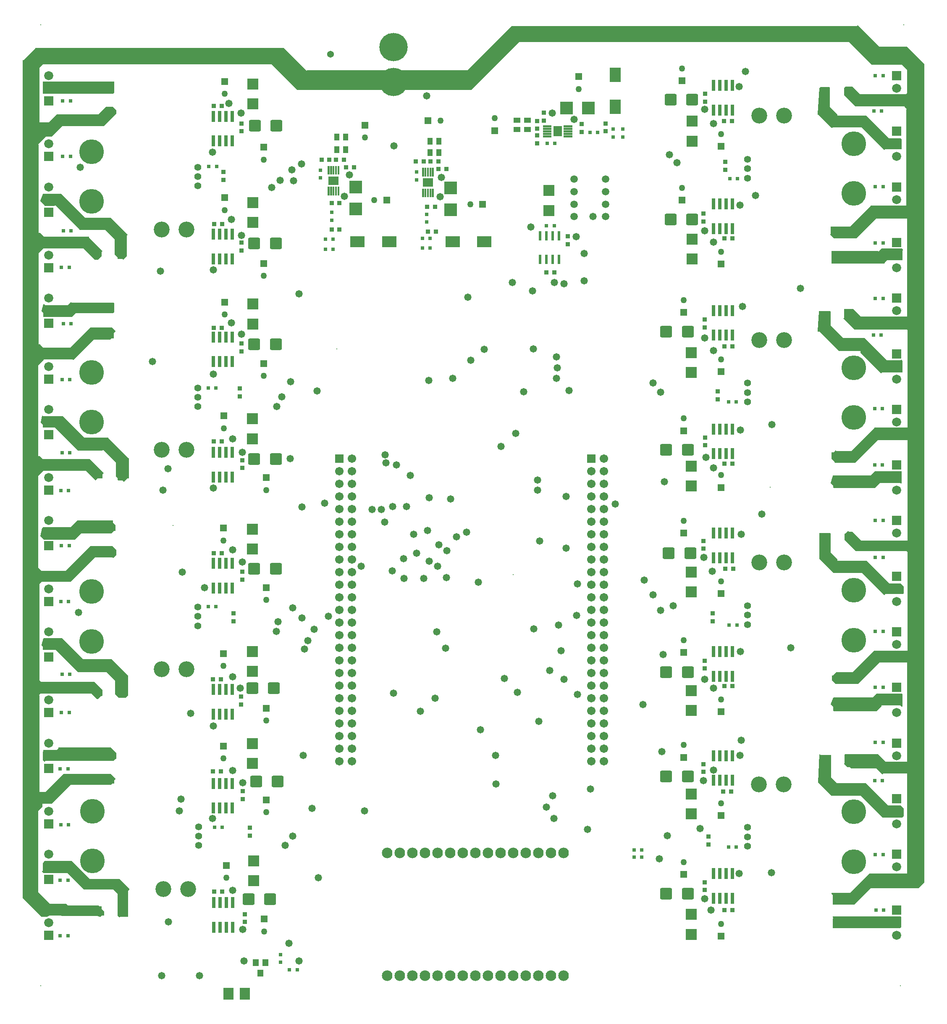
<source format=gts>
G04 Layer_Color=8388736*
%FSLAX44Y44*%
%MOMM*%
G71*
G01*
G75*
%ADD10R,0.8636X0.9652*%
%ADD11R,0.7556X0.8000*%
%ADD12R,2.2606X2.3114*%
%ADD13R,0.9652X0.8636*%
%ADD14R,0.8000X0.7556*%
%ADD16R,2.2098X3.0000*%
%ADD21R,3.0000X2.2098*%
%ADD25R,1.1176X1.4478*%
%ADD26R,1.4478X1.1176*%
%ADD29R,0.5588X1.9812*%
%ADD37C,1.3716*%
%ADD38C,1.2700*%
%ADD40C,1.3970*%
%ADD41C,4.9784*%
%ADD47C,1.4732*%
%ADD52C,1.4986*%
%ADD61R,2.6032X2.6032*%
%ADD62R,0.7112X2.1844*%
G04:AMPARAMS|DCode=63|XSize=2.4532mm|YSize=2.3232mm|CornerRadius=0.3666mm|HoleSize=0mm|Usage=FLASHONLY|Rotation=180.000|XOffset=0mm|YOffset=0mm|HoleType=Round|Shape=RoundedRectangle|*
%AMROUNDEDRECTD63*
21,1,2.4532,1.5900,0,0,180.0*
21,1,1.7200,2.3232,0,0,180.0*
1,1,0.7332,-0.8600,0.7950*
1,1,0.7332,0.8600,0.7950*
1,1,0.7332,0.8600,-0.7950*
1,1,0.7332,-0.8600,-0.7950*
%
%ADD63ROUNDEDRECTD63*%
%ADD64R,2.1590X2.3622*%
%ADD65R,1.1430X1.3716*%
%ADD66R,2.6032X2.6032*%
%ADD67R,2.0832X1.7732*%
%ADD68R,1.7732X2.0832*%
%ADD69C,0.2032*%
%ADD70R,1.4732X1.4732*%
%ADD71R,1.4732X1.4732*%
%ADD72C,2.1336*%
%ADD73C,5.7032*%
%ADD74R,1.8288X1.8288*%
%ADD75C,1.8288*%
%ADD76C,3.2032*%
%ADD77R,1.7112X1.7112*%
%ADD78C,1.7112*%
G36*
X191903Y1865370D02*
X192034Y1865343D01*
X192160Y1865301D01*
X192279Y1865242D01*
X192390Y1865168D01*
X192490Y1865080D01*
X192578Y1864980D01*
X192652Y1864869D01*
X192711Y1864750D01*
X192754Y1864624D01*
X192780Y1864493D01*
X192788Y1864360D01*
Y1844040D01*
X192780Y1843907D01*
X192754Y1843777D01*
X192711Y1843650D01*
X192652Y1843531D01*
X192578Y1843420D01*
X192490Y1843320D01*
X189950Y1840780D01*
X189850Y1840692D01*
X189739Y1840618D01*
X189620Y1840559D01*
X189494Y1840517D01*
X189363Y1840491D01*
X189230Y1840482D01*
X49530D01*
X49397Y1840491D01*
X49267Y1840517D01*
X49140Y1840559D01*
X49021Y1840618D01*
X48910Y1840692D01*
X48810Y1840780D01*
X48722Y1840880D01*
X48648Y1840991D01*
X48589Y1841110D01*
X48547Y1841237D01*
X48520Y1841367D01*
X48512Y1841500D01*
Y1864360D01*
X48520Y1864493D01*
X48547Y1864624D01*
X48589Y1864750D01*
X48648Y1864869D01*
X48722Y1864980D01*
X48810Y1865080D01*
X48910Y1865168D01*
X49021Y1865242D01*
X49140Y1865301D01*
X49267Y1865343D01*
X49397Y1865370D01*
X49530Y1865378D01*
X191770D01*
X191903Y1865370D01*
D02*
G37*
G36*
X1691773Y1978400D02*
X1691904Y1978374D01*
X1692030Y1978331D01*
X1692149Y1978272D01*
X1692260Y1978198D01*
X1692360Y1978110D01*
X1735242Y1935228D01*
X1790700D01*
X1790833Y1935220D01*
X1790963Y1935193D01*
X1791090Y1935151D01*
X1791209Y1935092D01*
X1791320Y1935018D01*
X1791420Y1934930D01*
X1825710Y1900640D01*
X1825798Y1900540D01*
X1825872Y1900429D01*
X1825931Y1900310D01*
X1825974Y1900184D01*
X1825999Y1900053D01*
X1826008Y1899920D01*
Y252730D01*
X1825999Y252597D01*
X1825974Y252467D01*
X1825931Y252340D01*
X1825872Y252221D01*
X1825798Y252110D01*
X1825710Y252010D01*
X1814280Y240580D01*
X1814180Y240492D01*
X1814069Y240418D01*
X1813950Y240359D01*
X1813824Y240317D01*
X1813693Y240291D01*
X1813560Y240282D01*
X1717462D01*
X1684740Y207560D01*
X1684640Y207472D01*
X1684529Y207398D01*
X1684410Y207339D01*
X1684283Y207297D01*
X1684153Y207271D01*
X1684020Y207262D01*
X1642110D01*
X1641977Y207271D01*
X1641846Y207297D01*
X1641720Y207339D01*
X1641601Y207398D01*
X1641490Y207472D01*
X1641390Y207560D01*
X1641302Y207660D01*
X1641228Y207771D01*
X1641169Y207890D01*
X1641127Y208016D01*
X1641100Y208147D01*
X1641092Y208280D01*
Y226908D01*
X1638850Y229150D01*
X1638762Y229250D01*
X1638688Y229361D01*
X1638629Y229480D01*
X1638586Y229606D01*
X1638560Y229737D01*
X1638552Y229870D01*
X1638560Y230003D01*
X1638586Y230133D01*
X1638629Y230260D01*
X1638688Y230379D01*
X1638762Y230490D01*
X1638850Y230590D01*
X1638950Y230678D01*
X1639061Y230752D01*
X1639180Y230811D01*
X1639306Y230854D01*
X1639437Y230879D01*
X1639570Y230888D01*
X1675978D01*
X1715050Y269960D01*
X1715150Y270048D01*
X1715261Y270122D01*
X1715380Y270181D01*
X1715506Y270224D01*
X1715637Y270250D01*
X1715770Y270258D01*
X1790952D01*
Y471422D01*
X1742862D01*
X1741890Y470450D01*
X1741790Y470362D01*
X1741679Y470288D01*
X1741599Y470249D01*
X1741560Y470229D01*
X1741434Y470187D01*
X1741303Y470160D01*
X1741170Y470152D01*
X1741037Y470160D01*
X1740907Y470187D01*
X1740780Y470229D01*
X1740661Y470288D01*
X1740550Y470362D01*
X1740450Y470450D01*
X1729318Y481582D01*
X1678940D01*
X1678807Y481590D01*
X1678676Y481617D01*
X1678550Y481659D01*
X1678431Y481718D01*
X1678320Y481792D01*
X1678220Y481880D01*
X1675978Y484122D01*
X1671320D01*
X1671187Y484131D01*
X1671057Y484156D01*
X1670930Y484199D01*
X1670811Y484258D01*
X1670700Y484332D01*
X1670600Y484420D01*
X1664250Y490770D01*
X1664162Y490870D01*
X1664088Y490981D01*
X1664029Y491100D01*
X1663987Y491227D01*
X1663961Y491357D01*
X1663952Y491490D01*
X1663961Y491623D01*
X1663987Y491754D01*
X1664029Y491880D01*
X1664088Y491999D01*
X1664162Y492110D01*
X1664250Y492210D01*
X1665222Y493182D01*
Y509270D01*
X1665231Y509403D01*
X1665257Y509534D01*
X1665299Y509660D01*
X1665358Y509779D01*
X1665432Y509890D01*
X1665520Y509990D01*
X1665620Y510078D01*
X1665731Y510152D01*
X1665850Y510211D01*
X1665977Y510253D01*
X1666107Y510280D01*
X1666240Y510288D01*
X1732280D01*
X1732413Y510280D01*
X1732543Y510253D01*
X1732670Y510211D01*
X1732789Y510152D01*
X1732900Y510078D01*
X1733000Y509990D01*
X1747942Y495048D01*
X1790952D01*
Y693420D01*
X1790961Y693553D01*
X1790986Y693683D01*
X1791029Y693810D01*
X1791088Y693929D01*
X1791162Y694040D01*
X1791250Y694140D01*
X1791800Y694690D01*
X1791548Y694942D01*
X1735242D01*
X1692360Y652060D01*
X1692260Y651972D01*
X1692149Y651898D01*
X1692030Y651839D01*
X1691904Y651796D01*
X1691773Y651770D01*
X1691640Y651762D01*
X1647190D01*
X1647057Y651770D01*
X1646927Y651796D01*
X1646800Y651839D01*
X1646681Y651898D01*
X1646570Y651972D01*
X1646470Y652060D01*
X1640120Y658410D01*
X1640032Y658510D01*
X1639958Y658621D01*
X1639899Y658740D01*
X1639857Y658867D01*
X1639830Y658997D01*
X1639822Y659130D01*
Y668020D01*
X1639830Y668153D01*
X1639857Y668283D01*
X1639899Y668410D01*
X1639958Y668529D01*
X1640032Y668640D01*
X1640120Y668740D01*
X1640220Y668828D01*
X1640331Y668902D01*
X1640450Y668961D01*
X1640576Y669004D01*
X1640707Y669029D01*
X1640840Y669038D01*
X1641688D01*
X1647740Y675090D01*
X1647840Y675178D01*
X1647951Y675252D01*
X1648070Y675311D01*
X1648197Y675353D01*
X1648327Y675379D01*
X1648460Y675388D01*
X1681058D01*
X1723940Y718270D01*
X1724040Y718358D01*
X1724151Y718432D01*
X1724270Y718491D01*
X1724397Y718533D01*
X1724527Y718559D01*
X1724660Y718568D01*
X1792222D01*
Y917788D01*
X1790278Y919732D01*
X1687830D01*
X1687697Y919741D01*
X1687567Y919766D01*
X1687440Y919809D01*
X1687321Y919868D01*
X1687210Y919942D01*
X1687110Y920030D01*
X1665520Y941620D01*
X1665432Y941720D01*
X1665358Y941831D01*
X1665299Y941950D01*
X1665257Y942076D01*
X1665231Y942207D01*
X1665222Y942340D01*
Y953770D01*
X1665231Y953903D01*
X1665257Y954034D01*
X1665299Y954160D01*
X1665358Y954279D01*
X1665432Y954390D01*
X1665520Y954490D01*
X1665620Y954578D01*
X1665731Y954652D01*
X1665850Y954711D01*
X1665977Y954753D01*
X1666107Y954780D01*
X1666240Y954788D01*
X1667088D01*
X1671870Y959570D01*
X1671970Y959658D01*
X1672081Y959732D01*
X1672161Y959771D01*
X1672200Y959791D01*
X1672327Y959834D01*
X1672457Y959859D01*
X1672590Y959868D01*
X1672723Y959859D01*
X1672854Y959834D01*
X1672980Y959791D01*
X1673099Y959732D01*
X1673210Y959658D01*
X1673310Y959570D01*
X1674282Y958598D01*
X1680210D01*
X1680343Y958589D01*
X1680473Y958564D01*
X1680600Y958521D01*
X1680719Y958462D01*
X1680830Y958388D01*
X1680930Y958300D01*
X1698412Y940818D01*
X1792222D01*
Y1143252D01*
X1732702D01*
X1687280Y1097830D01*
X1687180Y1097742D01*
X1687069Y1097668D01*
X1686950Y1097609D01*
X1686823Y1097567D01*
X1686693Y1097541D01*
X1686560Y1097532D01*
X1645920D01*
X1645787Y1097541D01*
X1645656Y1097567D01*
X1645530Y1097609D01*
X1645411Y1097668D01*
X1645300Y1097742D01*
X1645200Y1097830D01*
X1645112Y1097930D01*
X1645038Y1098041D01*
X1644979Y1098160D01*
X1644937Y1098287D01*
X1644910Y1098417D01*
X1644902Y1098550D01*
Y1099398D01*
X1638850Y1105450D01*
X1638762Y1105550D01*
X1638688Y1105661D01*
X1638629Y1105780D01*
X1638586Y1105907D01*
X1638560Y1106037D01*
X1638552Y1106170D01*
Y1117600D01*
X1638560Y1117733D01*
X1638586Y1117863D01*
X1638629Y1117990D01*
X1638688Y1118109D01*
X1638762Y1118220D01*
X1638850Y1118320D01*
X1638950Y1118408D01*
X1639061Y1118482D01*
X1639180Y1118541D01*
X1639306Y1118584D01*
X1639437Y1118609D01*
X1639570Y1118618D01*
X1642958D01*
X1646470Y1122130D01*
X1646570Y1122218D01*
X1646681Y1122292D01*
X1646800Y1122351D01*
X1646927Y1122393D01*
X1647057Y1122420D01*
X1647190Y1122428D01*
X1647323Y1122420D01*
X1647453Y1122393D01*
X1647580Y1122351D01*
X1647699Y1122292D01*
X1647810Y1122218D01*
X1647910Y1122130D01*
X1648882Y1121158D01*
X1679192D01*
Y1121410D01*
X1679200Y1121543D01*
X1679227Y1121674D01*
X1679269Y1121800D01*
X1679328Y1121919D01*
X1679402Y1122030D01*
X1679490Y1122130D01*
X1725210Y1167850D01*
X1725310Y1167938D01*
X1725421Y1168012D01*
X1725540Y1168071D01*
X1725667Y1168113D01*
X1725797Y1168139D01*
X1725930Y1168148D01*
X1792222D01*
Y1364828D01*
X1791548Y1365502D01*
X1685290D01*
X1685157Y1365511D01*
X1685027Y1365536D01*
X1684900Y1365579D01*
X1684781Y1365638D01*
X1684670Y1365712D01*
X1684570Y1365800D01*
X1662980Y1387390D01*
X1662892Y1387490D01*
X1662818Y1387601D01*
X1662779Y1387681D01*
X1662759Y1387720D01*
X1662717Y1387847D01*
X1662690Y1387977D01*
X1662682Y1388110D01*
X1662690Y1388243D01*
X1662717Y1388374D01*
X1662759Y1388500D01*
X1662818Y1388619D01*
X1662892Y1388730D01*
X1662980Y1388830D01*
X1663952Y1389802D01*
Y1405890D01*
X1663961Y1406023D01*
X1663987Y1406154D01*
X1664029Y1406280D01*
X1664088Y1406399D01*
X1664162Y1406510D01*
X1664250Y1406610D01*
X1664350Y1406698D01*
X1664461Y1406772D01*
X1664580Y1406831D01*
X1664707Y1406873D01*
X1664837Y1406900D01*
X1664970Y1406908D01*
X1682750D01*
X1682883Y1406900D01*
X1683013Y1406873D01*
X1683140Y1406831D01*
X1683259Y1406772D01*
X1683370Y1406698D01*
X1683470Y1406610D01*
X1698412Y1391668D01*
X1790952D01*
Y1589022D01*
X1728892D01*
X1689820Y1549950D01*
X1689720Y1549862D01*
X1689609Y1549788D01*
X1689490Y1549729D01*
X1689364Y1549686D01*
X1689233Y1549660D01*
X1689100Y1549652D01*
X1643380D01*
X1643247Y1549660D01*
X1643116Y1549686D01*
X1642990Y1549729D01*
X1642871Y1549788D01*
X1642760Y1549862D01*
X1642660Y1549950D01*
X1636310Y1556300D01*
X1636222Y1556400D01*
X1636148Y1556511D01*
X1636089Y1556630D01*
X1636046Y1556756D01*
X1636021Y1556887D01*
X1636012Y1557020D01*
X1636021Y1557153D01*
X1636046Y1557283D01*
X1636089Y1557410D01*
X1636148Y1557529D01*
X1636222Y1557640D01*
X1636310Y1557740D01*
X1637282Y1558712D01*
Y1572260D01*
X1637290Y1572393D01*
X1637316Y1572523D01*
X1637359Y1572650D01*
X1637418Y1572769D01*
X1637492Y1572880D01*
X1637580Y1572980D01*
X1637680Y1573068D01*
X1637791Y1573142D01*
X1637910Y1573201D01*
X1638036Y1573244D01*
X1638167Y1573270D01*
X1638300Y1573278D01*
X1675978D01*
X1717590Y1614890D01*
X1717690Y1614978D01*
X1717801Y1615052D01*
X1717920Y1615111D01*
X1718047Y1615154D01*
X1718177Y1615179D01*
X1718310Y1615188D01*
X1789682D01*
Y1808480D01*
X1789691Y1808613D01*
X1789716Y1808743D01*
X1789759Y1808870D01*
X1789818Y1808989D01*
X1789892Y1809100D01*
X1789980Y1809200D01*
X1790530Y1809750D01*
X1786170Y1814110D01*
X1786082Y1814210D01*
X1786008Y1814321D01*
X1785949Y1814440D01*
X1785907Y1814566D01*
X1785880Y1814697D01*
X1785872Y1814830D01*
Y1815082D01*
X1687830D01*
X1687697Y1815090D01*
X1687567Y1815116D01*
X1687440Y1815159D01*
X1687321Y1815218D01*
X1687210Y1815292D01*
X1687110Y1815380D01*
X1664250Y1838240D01*
X1664162Y1838340D01*
X1664088Y1838451D01*
X1664029Y1838570D01*
X1663987Y1838696D01*
X1663961Y1838827D01*
X1663952Y1838960D01*
Y1851660D01*
X1663961Y1851793D01*
X1663987Y1851924D01*
X1664029Y1852050D01*
X1664088Y1852169D01*
X1664162Y1852280D01*
X1664250Y1852380D01*
X1666790Y1854920D01*
X1666890Y1855008D01*
X1667001Y1855082D01*
X1667120Y1855141D01*
X1667247Y1855184D01*
X1667377Y1855210D01*
X1667510Y1855218D01*
X1680210D01*
X1680343Y1855210D01*
X1680473Y1855184D01*
X1680600Y1855141D01*
X1680719Y1855082D01*
X1680830Y1855008D01*
X1680930Y1854920D01*
X1695872Y1839978D01*
X1789008D01*
X1790952Y1841922D01*
Y1889338D01*
X1780540Y1899750D01*
X1779990Y1899200D01*
X1779890Y1899112D01*
X1779779Y1899038D01*
X1779660Y1898979D01*
X1779534Y1898936D01*
X1779403Y1898911D01*
X1779270Y1898902D01*
X1720850D01*
X1720717Y1898911D01*
X1720587Y1898936D01*
X1720460Y1898979D01*
X1720341Y1899038D01*
X1720230Y1899112D01*
X1720130Y1899200D01*
X1674708Y1944622D01*
X1008802D01*
X912580Y1848400D01*
X912480Y1848312D01*
X912369Y1848238D01*
X912250Y1848179D01*
X912123Y1848136D01*
X911993Y1848111D01*
X911860Y1848102D01*
X562610D01*
X562477Y1848111D01*
X562346Y1848136D01*
X562220Y1848179D01*
X562101Y1848238D01*
X561990Y1848312D01*
X561890Y1848400D01*
X510118Y1900172D01*
X48682D01*
X41658Y1893148D01*
Y1782828D01*
X60538D01*
X76750Y1799040D01*
X76850Y1799128D01*
X76961Y1799202D01*
X77080Y1799261D01*
X77207Y1799303D01*
X77337Y1799330D01*
X77470Y1799338D01*
X160868D01*
X175810Y1814280D01*
X175910Y1814368D01*
X176021Y1814442D01*
X176140Y1814501D01*
X176266Y1814543D01*
X176397Y1814570D01*
X176530Y1814578D01*
X189230D01*
X189363Y1814570D01*
X189494Y1814543D01*
X189620Y1814501D01*
X189739Y1814442D01*
X189850Y1814368D01*
X189950Y1814280D01*
X196300Y1807930D01*
X196388Y1807830D01*
X196462Y1807719D01*
X196521Y1807600D01*
X196563Y1807473D01*
X196590Y1807343D01*
X196598Y1807210D01*
Y1800860D01*
X196590Y1800727D01*
X196563Y1800596D01*
X196521Y1800470D01*
X196462Y1800351D01*
X196388Y1800240D01*
X196300Y1800140D01*
X172170Y1776010D01*
X172070Y1775922D01*
X171959Y1775848D01*
X171840Y1775789D01*
X171714Y1775746D01*
X171583Y1775721D01*
X171450Y1775712D01*
X88052D01*
X66760Y1754420D01*
X66660Y1754332D01*
X66549Y1754258D01*
X66430Y1754199D01*
X66304Y1754156D01*
X66173Y1754131D01*
X66040Y1754122D01*
X55032D01*
X39540Y1738630D01*
X40090Y1738080D01*
X40178Y1737980D01*
X40252Y1737869D01*
X40311Y1737750D01*
X40353Y1737623D01*
X40380Y1737493D01*
X40388Y1737360D01*
Y1560578D01*
X43180D01*
X43313Y1560569D01*
X43443Y1560544D01*
X43570Y1560501D01*
X43689Y1560442D01*
X43800Y1560368D01*
X43900Y1560280D01*
X51222Y1552958D01*
X140970D01*
X141103Y1552950D01*
X141234Y1552923D01*
X141360Y1552881D01*
X141479Y1552822D01*
X141590Y1552748D01*
X141690Y1552660D01*
X141778Y1552560D01*
X141852Y1552449D01*
X141911Y1552330D01*
X141953Y1552204D01*
X141980Y1552073D01*
X141988Y1551940D01*
Y1551092D01*
X168360Y1524720D01*
X168448Y1524620D01*
X168522Y1524509D01*
X168581Y1524390D01*
X168624Y1524263D01*
X168650Y1524133D01*
X168658Y1524000D01*
X168650Y1523867D01*
X168624Y1523737D01*
X168581Y1523610D01*
X168522Y1523491D01*
X168448Y1523380D01*
X168360Y1523280D01*
X167388Y1522308D01*
Y1513840D01*
X167379Y1513707D01*
X167353Y1513577D01*
X167311Y1513450D01*
X167252Y1513331D01*
X167178Y1513220D01*
X167090Y1513120D01*
X160740Y1506770D01*
X160640Y1506682D01*
X160529Y1506608D01*
X160410Y1506549D01*
X160284Y1506507D01*
X160153Y1506481D01*
X160020Y1506472D01*
X153670D01*
X153537Y1506481D01*
X153406Y1506507D01*
X153280Y1506549D01*
X153161Y1506608D01*
X153050Y1506682D01*
X152950Y1506770D01*
X130388Y1529332D01*
X49952D01*
X40388Y1519768D01*
Y1335788D01*
X43180D01*
X43313Y1335780D01*
X43443Y1335753D01*
X43570Y1335711D01*
X43689Y1335652D01*
X43800Y1335578D01*
X43900Y1335490D01*
X49952Y1329438D01*
X103718D01*
X144060Y1369780D01*
X144160Y1369868D01*
X144271Y1369942D01*
X144390Y1370001D01*
X144516Y1370043D01*
X144647Y1370069D01*
X144780Y1370078D01*
X187960D01*
X188093Y1370069D01*
X188223Y1370043D01*
X188350Y1370001D01*
X188469Y1369942D01*
X188580Y1369868D01*
X188680Y1369780D01*
X195030Y1363430D01*
X195118Y1363330D01*
X195192Y1363219D01*
X195251Y1363100D01*
X195294Y1362973D01*
X195319Y1362843D01*
X195328Y1362710D01*
X195319Y1362577D01*
X195294Y1362446D01*
X195251Y1362320D01*
X195192Y1362201D01*
X195118Y1362090D01*
X195030Y1361990D01*
X191518Y1358478D01*
Y1348740D01*
X191509Y1348607D01*
X191483Y1348477D01*
X191441Y1348350D01*
X191382Y1348231D01*
X191308Y1348120D01*
X191220Y1348020D01*
X191120Y1347932D01*
X191009Y1347858D01*
X190890Y1347799D01*
X190763Y1347757D01*
X190633Y1347731D01*
X190500Y1347722D01*
X187112D01*
X184870Y1345480D01*
X184770Y1345392D01*
X184659Y1345318D01*
X184540Y1345259D01*
X184414Y1345217D01*
X184283Y1345190D01*
X184150Y1345182D01*
X151552D01*
X111210Y1304840D01*
X111110Y1304752D01*
X110999Y1304678D01*
X110919Y1304639D01*
X110880Y1304619D01*
X110753Y1304577D01*
X110623Y1304550D01*
X110490Y1304542D01*
X110357Y1304550D01*
X110226Y1304577D01*
X110100Y1304619D01*
X109981Y1304678D01*
X109870Y1304752D01*
X109770Y1304840D01*
X108798Y1305812D01*
X50548D01*
Y1305560D01*
X50539Y1305427D01*
X50514Y1305296D01*
X50471Y1305170D01*
X50412Y1305051D01*
X50338Y1304940D01*
X50250Y1304840D01*
X39118Y1293708D01*
Y1110998D01*
X41910D01*
X42043Y1110990D01*
X42174Y1110964D01*
X42300Y1110921D01*
X42419Y1110862D01*
X42530Y1110788D01*
X42630Y1110700D01*
X48682Y1104648D01*
X143510D01*
X143643Y1104640D01*
X143773Y1104613D01*
X143900Y1104571D01*
X144019Y1104512D01*
X144130Y1104438D01*
X144230Y1104350D01*
X170900Y1077680D01*
X170988Y1077580D01*
X171062Y1077469D01*
X171121Y1077350D01*
X171164Y1077224D01*
X171189Y1077093D01*
X171198Y1076960D01*
X171189Y1076827D01*
X171164Y1076696D01*
X171121Y1076570D01*
X171062Y1076451D01*
X170988Y1076340D01*
X170900Y1076240D01*
X168658Y1073998D01*
Y1066800D01*
X168650Y1066667D01*
X168624Y1066536D01*
X168581Y1066410D01*
X168522Y1066291D01*
X168448Y1066180D01*
X168360Y1066080D01*
X168260Y1065992D01*
X168149Y1065918D01*
X168030Y1065859D01*
X167903Y1065816D01*
X167773Y1065790D01*
X167640Y1065782D01*
X159172D01*
X155660Y1062270D01*
X155560Y1062182D01*
X155449Y1062108D01*
X155330Y1062049D01*
X155204Y1062007D01*
X155073Y1061981D01*
X154940Y1061972D01*
X154807Y1061981D01*
X154677Y1062007D01*
X154550Y1062049D01*
X154431Y1062108D01*
X154320Y1062182D01*
X154220Y1062270D01*
X135468Y1081022D01*
X49952D01*
X40090Y1071160D01*
X39990Y1071072D01*
X39879Y1070998D01*
X39760Y1070939D01*
X39634Y1070897D01*
X39503Y1070871D01*
X39370Y1070862D01*
X39118D01*
Y886882D01*
X45170Y880830D01*
X45258Y880730D01*
X45332Y880619D01*
X45391Y880500D01*
X45434Y880374D01*
X45459Y880243D01*
X45468Y880110D01*
Y879858D01*
X94828D01*
X144060Y929090D01*
X144160Y929178D01*
X144271Y929252D01*
X144390Y929311D01*
X144516Y929353D01*
X144647Y929380D01*
X144780Y929388D01*
X189230D01*
X189363Y929380D01*
X189494Y929353D01*
X189620Y929311D01*
X189739Y929252D01*
X189850Y929178D01*
X189950Y929090D01*
X196300Y922740D01*
X196388Y922640D01*
X196462Y922529D01*
X196521Y922410D01*
X196563Y922283D01*
X196590Y922153D01*
X196598Y922020D01*
Y911860D01*
X196590Y911727D01*
X196563Y911597D01*
X196521Y911470D01*
X196462Y911351D01*
X196388Y911240D01*
X196300Y911140D01*
X191220Y906060D01*
X191120Y905972D01*
X191009Y905898D01*
X190929Y905859D01*
X190890Y905839D01*
X190763Y905797D01*
X190633Y905770D01*
X190500Y905762D01*
X190367Y905770D01*
X190236Y905797D01*
X190110Y905839D01*
X189991Y905898D01*
X189880Y905972D01*
X189780Y906060D01*
X188808Y907032D01*
X153418D01*
Y906780D01*
X153410Y906647D01*
X153384Y906516D01*
X153341Y906390D01*
X153282Y906271D01*
X153208Y906160D01*
X153120Y906060D01*
X104860Y857800D01*
X104760Y857712D01*
X104649Y857638D01*
X104530Y857579D01*
X104403Y857536D01*
X104273Y857511D01*
X104140Y857502D01*
X46142D01*
X41658Y853018D01*
Y659552D01*
X44872Y656338D01*
X152400D01*
X152533Y656329D01*
X152663Y656303D01*
X152790Y656261D01*
X152909Y656202D01*
X153020Y656128D01*
X153120Y656040D01*
X168360Y640800D01*
X168448Y640700D01*
X168522Y640589D01*
X168581Y640470D01*
X168624Y640343D01*
X168650Y640213D01*
X168658Y640080D01*
Y628650D01*
X168650Y628517D01*
X168624Y628386D01*
X168581Y628260D01*
X168522Y628141D01*
X168448Y628030D01*
X168360Y627930D01*
X168260Y627842D01*
X168149Y627768D01*
X168030Y627709D01*
X167903Y627667D01*
X167773Y627640D01*
X167640Y627632D01*
X165522D01*
X159470Y621580D01*
X159370Y621492D01*
X159259Y621418D01*
X159140Y621359D01*
X159014Y621316D01*
X158883Y621291D01*
X158750Y621282D01*
X158617Y621291D01*
X158486Y621316D01*
X158360Y621359D01*
X158241Y621418D01*
X158130Y621492D01*
X158030Y621580D01*
X146898Y632712D01*
X43602D01*
X40810Y629920D01*
X41360Y629370D01*
X41448Y629270D01*
X41522Y629159D01*
X41581Y629040D01*
X41624Y628913D01*
X41649Y628783D01*
X41658Y628650D01*
Y434088D01*
X54188D01*
X90720Y470620D01*
X90820Y470708D01*
X90931Y470782D01*
X91050Y470841D01*
X91177Y470883D01*
X91307Y470910D01*
X91440Y470918D01*
X185420D01*
X185553Y470910D01*
X185683Y470883D01*
X185810Y470841D01*
X185929Y470782D01*
X186040Y470708D01*
X186140Y470620D01*
X195030Y461730D01*
X195118Y461630D01*
X195192Y461519D01*
X195251Y461400D01*
X195294Y461273D01*
X195319Y461143D01*
X195328Y461010D01*
X195319Y460877D01*
X195294Y460746D01*
X195251Y460620D01*
X195192Y460501D01*
X195118Y460390D01*
X195030Y460290D01*
X192788Y458048D01*
Y452120D01*
X192780Y451987D01*
X192754Y451856D01*
X192711Y451730D01*
X192652Y451611D01*
X192578Y451500D01*
X192490Y451400D01*
X192390Y451312D01*
X192279Y451238D01*
X192160Y451179D01*
X192034Y451137D01*
X191903Y451110D01*
X191770Y451102D01*
X188382D01*
X186140Y448860D01*
X186040Y448772D01*
X185929Y448698D01*
X185810Y448639D01*
X185683Y448596D01*
X185553Y448571D01*
X185420Y448562D01*
X104562D01*
X66760Y410760D01*
X66660Y410672D01*
X66549Y410598D01*
X66430Y410539D01*
X66304Y410496D01*
X66173Y410471D01*
X66040Y410462D01*
X48008D01*
Y405130D01*
X48000Y404997D01*
X47973Y404866D01*
X47931Y404740D01*
X47872Y404621D01*
X47798Y404510D01*
X47710Y404410D01*
X39118Y395818D01*
Y232832D01*
X62652Y209298D01*
X95250D01*
X95383Y209289D01*
X95513Y209263D01*
X95640Y209221D01*
X95759Y209162D01*
X95870Y209088D01*
X95970Y209000D01*
X99482Y205488D01*
X161290D01*
X161423Y205480D01*
X161553Y205453D01*
X161680Y205411D01*
X161799Y205352D01*
X161910Y205278D01*
X162010Y205190D01*
X162982Y204218D01*
X166370D01*
X166503Y204209D01*
X166633Y204184D01*
X166760Y204141D01*
X166879Y204082D01*
X166990Y204008D01*
X167090Y203920D01*
X167178Y203820D01*
X167252Y203709D01*
X167311Y203590D01*
X167353Y203463D01*
X167379Y203333D01*
X167388Y203200D01*
Y198542D01*
X172170Y193760D01*
X172258Y193660D01*
X172332Y193549D01*
X172391Y193430D01*
X172433Y193304D01*
X172460Y193173D01*
X172468Y193040D01*
Y186690D01*
X172460Y186557D01*
X172433Y186427D01*
X172391Y186300D01*
X172332Y186181D01*
X172258Y186070D01*
X172170Y185970D01*
X172070Y185882D01*
X171959Y185808D01*
X171840Y185749D01*
X171714Y185707D01*
X171583Y185681D01*
X171450Y185672D01*
X167948D01*
X164395Y183303D01*
X164374Y183291D01*
X164354Y183277D01*
X164317Y183258D01*
X164279Y183236D01*
X164257Y183227D01*
X164235Y183216D01*
X164196Y183202D01*
X164156Y183186D01*
X164133Y183179D01*
X164110Y183171D01*
X164069Y183162D01*
X164028Y183151D01*
X164004Y183148D01*
X163980Y183143D01*
X163937Y183139D01*
X163895Y183134D01*
X163871Y183134D01*
X163847Y183132D01*
X163805Y183134D01*
X163762Y183134D01*
X163738Y183137D01*
X163714Y183138D01*
X163673Y183146D01*
X163630Y183152D01*
X163607Y183158D01*
X163583Y183162D01*
X158625Y184402D01*
X87630D01*
X87497Y184410D01*
X87367Y184436D01*
X87240Y184479D01*
X87121Y184538D01*
X87010Y184612D01*
X86910Y184700D01*
X85938Y185672D01*
X62470D01*
X57605Y183239D01*
X57572Y183225D01*
X57540Y183209D01*
X57511Y183200D01*
X57483Y183188D01*
X57448Y183178D01*
X57414Y183167D01*
X57383Y183160D01*
X57354Y183153D01*
X57318Y183148D01*
X57283Y183141D01*
X57252Y183139D01*
X57222Y183134D01*
X57186Y183134D01*
X57150Y183132D01*
X45720D01*
X45587Y183141D01*
X45457Y183167D01*
X45330Y183209D01*
X45211Y183268D01*
X45100Y183342D01*
X45000Y183430D01*
X8170Y220260D01*
X8082Y220360D01*
X8008Y220471D01*
X7949Y220590D01*
X7907Y220716D01*
X7880Y220847D01*
X7872Y220980D01*
Y1907540D01*
X7880Y1907673D01*
X7907Y1907803D01*
X7949Y1907930D01*
X8008Y1908049D01*
X8082Y1908160D01*
X8170Y1908260D01*
X8270Y1908348D01*
X8381Y1908422D01*
X8500Y1908481D01*
X8626Y1908524D01*
X8757Y1908549D01*
X8890Y1908558D01*
X9738D01*
X33570Y1932390D01*
X33670Y1932478D01*
X33781Y1932552D01*
X33900Y1932611D01*
X34027Y1932654D01*
X34157Y1932679D01*
X34290Y1932688D01*
X534670D01*
X534803Y1932679D01*
X534934Y1932654D01*
X535060Y1932611D01*
X535179Y1932552D01*
X535290Y1932478D01*
X535390Y1932390D01*
X580390Y1887390D01*
X580940Y1887940D01*
X581040Y1888028D01*
X581151Y1888102D01*
X581270Y1888161D01*
X581396Y1888203D01*
X581527Y1888230D01*
X581660Y1888238D01*
X905088D01*
X993690Y1976840D01*
X993790Y1976928D01*
X993901Y1977002D01*
X994020Y1977061D01*
X994146Y1977103D01*
X994277Y1977130D01*
X994410Y1977138D01*
X1689948D01*
X1690920Y1978110D01*
X1691020Y1978198D01*
X1691131Y1978272D01*
X1691211Y1978311D01*
X1691250Y1978331D01*
X1691376Y1978374D01*
X1691507Y1978400D01*
X1691640Y1978408D01*
X1691773Y1978400D01*
D02*
G37*
G36*
X1116040Y1772950D02*
X1099040D01*
Y1776950D01*
X1116040D01*
Y1772950D01*
D02*
G37*
G36*
X1074040D02*
X1057040D01*
Y1776950D01*
X1074040D01*
Y1772950D01*
D02*
G37*
G36*
X1116040Y1767950D02*
X1099040D01*
Y1771950D01*
X1116040D01*
Y1767950D01*
D02*
G37*
G36*
X1074040D02*
X1057040D01*
Y1771950D01*
X1074040D01*
Y1767950D01*
D02*
G37*
G36*
X1116040Y1762950D02*
X1099040D01*
Y1766950D01*
X1116040D01*
Y1762950D01*
D02*
G37*
G36*
X1074040D02*
X1057040D01*
Y1766950D01*
X1074040D01*
Y1762950D01*
D02*
G37*
G36*
X1116040Y1757950D02*
X1099040D01*
Y1761950D01*
X1116040D01*
Y1757950D01*
D02*
G37*
G36*
X1074040D02*
X1057040D01*
Y1761950D01*
X1074040D01*
Y1757950D01*
D02*
G37*
G36*
X1116040Y1752950D02*
X1099040D01*
Y1756950D01*
X1116040D01*
Y1752950D01*
D02*
G37*
G36*
X1074040D02*
X1057040D01*
Y1756950D01*
X1074040D01*
Y1752950D01*
D02*
G37*
G36*
X1634623Y1853940D02*
X1634754Y1853914D01*
X1634880Y1853871D01*
X1634999Y1853812D01*
X1635110Y1853738D01*
X1635210Y1853650D01*
X1635298Y1853550D01*
X1635372Y1853439D01*
X1635431Y1853320D01*
X1635473Y1853194D01*
X1635500Y1853063D01*
X1635508Y1852930D01*
Y1813982D01*
X1650450Y1799040D01*
X1650538Y1798940D01*
X1650612Y1798829D01*
X1650671Y1798710D01*
X1650714Y1798584D01*
X1650739Y1798453D01*
X1650748Y1798320D01*
Y1796798D01*
X1708150D01*
X1708283Y1796790D01*
X1708414Y1796763D01*
X1708540Y1796721D01*
X1708659Y1796662D01*
X1708770Y1796588D01*
X1708870Y1796500D01*
X1754292Y1751078D01*
X1778000D01*
X1778133Y1751069D01*
X1778264Y1751044D01*
X1778390Y1751001D01*
X1778509Y1750942D01*
X1778620Y1750868D01*
X1778720Y1750780D01*
X1779990Y1749510D01*
X1780078Y1749410D01*
X1780152Y1749299D01*
X1780211Y1749180D01*
X1780253Y1749053D01*
X1780280Y1748923D01*
X1780288Y1748790D01*
Y1729740D01*
X1780280Y1729607D01*
X1780253Y1729476D01*
X1780211Y1729350D01*
X1780152Y1729231D01*
X1780078Y1729120D01*
X1779990Y1729020D01*
X1779890Y1728932D01*
X1779779Y1728858D01*
X1779660Y1728799D01*
X1779534Y1728757D01*
X1779403Y1728730D01*
X1779270Y1728722D01*
X1746672D01*
X1745700Y1727750D01*
X1745600Y1727662D01*
X1745489Y1727588D01*
X1745409Y1727549D01*
X1745370Y1727529D01*
X1745244Y1727487D01*
X1745113Y1727460D01*
X1744980Y1727452D01*
X1744847Y1727460D01*
X1744716Y1727487D01*
X1744590Y1727529D01*
X1744471Y1727588D01*
X1744360Y1727662D01*
X1744260Y1727750D01*
X1698838Y1773172D01*
X1641262D01*
X1640290Y1772200D01*
X1640190Y1772112D01*
X1640079Y1772038D01*
X1639999Y1771999D01*
X1639960Y1771979D01*
X1639834Y1771936D01*
X1639703Y1771911D01*
X1639570Y1771902D01*
X1639437Y1771911D01*
X1639306Y1771936D01*
X1639180Y1771979D01*
X1639061Y1772038D01*
X1638950Y1772112D01*
X1638850Y1772200D01*
X1612478Y1798572D01*
X1611630D01*
X1611593Y1798574D01*
X1611556Y1798575D01*
X1611526Y1798579D01*
X1611497Y1798580D01*
X1611461Y1798588D01*
X1611424Y1798593D01*
X1611395Y1798601D01*
X1611366Y1798607D01*
X1611331Y1798618D01*
X1611295Y1798628D01*
X1611268Y1798640D01*
X1611240Y1798649D01*
X1611207Y1798666D01*
X1611173Y1798680D01*
X1611147Y1798695D01*
X1611121Y1798708D01*
X1611090Y1798729D01*
X1611058Y1798748D01*
X1611035Y1798766D01*
X1611010Y1798782D01*
X1610982Y1798807D01*
X1610953Y1798830D01*
X1610932Y1798851D01*
X1610910Y1798870D01*
X1610885Y1798898D01*
X1610859Y1798925D01*
X1610842Y1798948D01*
X1610822Y1798970D01*
X1610802Y1799001D01*
X1610779Y1799031D01*
X1610765Y1799056D01*
X1610748Y1799081D01*
X1610732Y1799114D01*
X1610713Y1799147D01*
X1610702Y1799174D01*
X1610689Y1799200D01*
X1610677Y1799236D01*
X1610663Y1799270D01*
X1610656Y1799299D01*
X1610647Y1799326D01*
X1610639Y1799363D01*
X1610630Y1799399D01*
X1610626Y1799428D01*
X1610621Y1799457D01*
X1610618Y1799494D01*
X1610614Y1799531D01*
X1610614Y1799561D01*
X1610612Y1799590D01*
X1610614Y1799627D01*
X1610614Y1799664D01*
X1614424Y1851734D01*
X1614429Y1851763D01*
X1614431Y1851793D01*
X1614438Y1851829D01*
X1614443Y1851866D01*
X1614451Y1851895D01*
X1614456Y1851924D01*
X1614469Y1851959D01*
X1614478Y1851995D01*
X1614490Y1852022D01*
X1614499Y1852050D01*
X1614516Y1852083D01*
X1614530Y1852117D01*
X1614545Y1852143D01*
X1614558Y1852169D01*
X1614579Y1852200D01*
X1614598Y1852232D01*
X1614616Y1852255D01*
X1614632Y1852280D01*
X1614657Y1852308D01*
X1614680Y1852337D01*
X1614700Y1852358D01*
X1614720Y1852380D01*
X1615990Y1853650D01*
X1616090Y1853738D01*
X1616201Y1853812D01*
X1616320Y1853871D01*
X1616447Y1853914D01*
X1616577Y1853940D01*
X1616710Y1853948D01*
X1634490D01*
X1634623Y1853940D01*
D02*
G37*
G36*
X646780Y1678160D02*
X642780D01*
Y1695160D01*
X646780D01*
Y1678160D01*
D02*
G37*
G36*
X641780D02*
X637780D01*
Y1695160D01*
X641780D01*
Y1678160D01*
D02*
G37*
G36*
X636780D02*
X632780D01*
Y1695160D01*
X636780D01*
Y1678160D01*
D02*
G37*
G36*
X631780D02*
X627780D01*
Y1695160D01*
X631780D01*
Y1678160D01*
D02*
G37*
G36*
X626780D02*
X622780D01*
Y1695160D01*
X626780D01*
Y1678160D01*
D02*
G37*
G36*
X837150Y1674240D02*
X833150D01*
Y1691240D01*
X837150D01*
Y1674240D01*
D02*
G37*
G36*
X832150D02*
X828150D01*
Y1691240D01*
X832150D01*
Y1674240D01*
D02*
G37*
G36*
X827150D02*
X823150D01*
Y1691240D01*
X827150D01*
Y1674240D01*
D02*
G37*
G36*
X822150D02*
X818150D01*
Y1691240D01*
X822150D01*
Y1674240D01*
D02*
G37*
G36*
X817150D02*
X813150D01*
Y1691240D01*
X817150D01*
Y1674240D01*
D02*
G37*
G36*
X85223Y1639310D02*
X85353Y1639283D01*
X85480Y1639241D01*
X85599Y1639182D01*
X85710Y1639108D01*
X85810Y1639020D01*
X133772Y1591058D01*
X185420D01*
X185553Y1591049D01*
X185683Y1591024D01*
X185810Y1590981D01*
X185929Y1590922D01*
X186040Y1590848D01*
X186140Y1590760D01*
X219160Y1557740D01*
X219248Y1557640D01*
X219322Y1557529D01*
X219361Y1557449D01*
X219381Y1557410D01*
X219424Y1557283D01*
X219450Y1557153D01*
X219458Y1557020D01*
X219450Y1556887D01*
X219424Y1556756D01*
X219381Y1556630D01*
X219322Y1556511D01*
X219248Y1556400D01*
X219160Y1556300D01*
X218188Y1555328D01*
Y1513840D01*
X218179Y1513707D01*
X218153Y1513577D01*
X218111Y1513450D01*
X218052Y1513331D01*
X217978Y1513220D01*
X217890Y1513120D01*
X211540Y1506770D01*
X211440Y1506682D01*
X211329Y1506608D01*
X211210Y1506549D01*
X211084Y1506507D01*
X210953Y1506481D01*
X210820Y1506472D01*
X210687Y1506481D01*
X210557Y1506507D01*
X210430Y1506549D01*
X210311Y1506608D01*
X210200Y1506682D01*
X210100Y1506770D01*
X209128Y1507742D01*
X200660D01*
X200527Y1507751D01*
X200396Y1507776D01*
X200270Y1507819D01*
X200151Y1507878D01*
X200040Y1507952D01*
X199940Y1508040D01*
X199852Y1508140D01*
X199778Y1508251D01*
X199719Y1508370D01*
X199676Y1508497D01*
X199650Y1508627D01*
X199642Y1508760D01*
Y1510878D01*
X193590Y1516930D01*
X193502Y1517030D01*
X193428Y1517141D01*
X193369Y1517260D01*
X193326Y1517386D01*
X193300Y1517517D01*
X193292Y1517650D01*
Y1547708D01*
X174838Y1566162D01*
X123190D01*
X123057Y1566171D01*
X122927Y1566196D01*
X122800Y1566239D01*
X122681Y1566298D01*
X122570Y1566372D01*
X122470Y1566460D01*
X122382Y1566560D01*
X122308Y1566671D01*
X122249Y1566790D01*
X122206Y1566917D01*
X122181Y1567047D01*
X122172Y1567180D01*
Y1568028D01*
X73660Y1616540D01*
X71840Y1614720D01*
X71740Y1614632D01*
X71629Y1614558D01*
X71510Y1614499D01*
X71384Y1614456D01*
X71253Y1614431D01*
X71120Y1614422D01*
X53340D01*
X53207Y1614431D01*
X53077Y1614456D01*
X52950Y1614499D01*
X52831Y1614558D01*
X52720Y1614632D01*
X52620Y1614720D01*
X52532Y1614820D01*
X52458Y1614931D01*
X52399Y1615050D01*
X52357Y1615177D01*
X52330Y1615307D01*
X52322Y1615440D01*
Y1616288D01*
X43730Y1624880D01*
X43690Y1624926D01*
X43650Y1624970D01*
X43646Y1624975D01*
X43642Y1624980D01*
X43608Y1625031D01*
X43575Y1625080D01*
X43572Y1625086D01*
X43568Y1625091D01*
X43541Y1625146D01*
X43514Y1625199D01*
X43512Y1625205D01*
X43509Y1625210D01*
X43490Y1625268D01*
X43470Y1625325D01*
X43468Y1625331D01*
X43467Y1625336D01*
X43455Y1625396D01*
X43442Y1625455D01*
X43442Y1625461D01*
X43440Y1625467D01*
X43437Y1625528D01*
X43432Y1625588D01*
X43432Y1625594D01*
X43432Y1625600D01*
X43436Y1625660D01*
X43439Y1625721D01*
X43440Y1625727D01*
X43440Y1625733D01*
X43452Y1625792D01*
X43463Y1625851D01*
X43465Y1625858D01*
X43467Y1625863D01*
X43486Y1625921D01*
X43505Y1625978D01*
X48585Y1638678D01*
X48587Y1638684D01*
X48589Y1638690D01*
X48616Y1638743D01*
X48642Y1638798D01*
X48646Y1638804D01*
X48648Y1638809D01*
X48681Y1638858D01*
X48715Y1638910D01*
X48719Y1638915D01*
X48722Y1638920D01*
X48762Y1638965D01*
X48801Y1639011D01*
X48806Y1639015D01*
X48810Y1639020D01*
X48856Y1639060D01*
X48900Y1639100D01*
X48905Y1639104D01*
X48910Y1639108D01*
X48961Y1639142D01*
X49010Y1639176D01*
X49016Y1639178D01*
X49021Y1639182D01*
X49076Y1639209D01*
X49129Y1639236D01*
X49135Y1639238D01*
X49140Y1639241D01*
X49199Y1639261D01*
X49254Y1639280D01*
X49261Y1639281D01*
X49267Y1639283D01*
X49327Y1639296D01*
X49385Y1639308D01*
X49391Y1639308D01*
X49397Y1639310D01*
X49458Y1639314D01*
X49518Y1639318D01*
X49524Y1639318D01*
X49530Y1639318D01*
X85090D01*
X85223Y1639310D01*
D02*
G37*
G36*
X646780Y1636160D02*
X642780D01*
Y1653160D01*
X646780D01*
Y1636160D01*
D02*
G37*
G36*
X641780D02*
X637780D01*
Y1653160D01*
X641780D01*
Y1636160D01*
D02*
G37*
G36*
X636780D02*
X632780D01*
Y1653160D01*
X636780D01*
Y1636160D01*
D02*
G37*
G36*
X631780D02*
X627780D01*
Y1653160D01*
X631780D01*
Y1636160D01*
D02*
G37*
G36*
X626780D02*
X622780D01*
Y1653160D01*
X626780D01*
Y1636160D01*
D02*
G37*
G36*
X837150Y1632240D02*
X833150D01*
Y1649240D01*
X837150D01*
Y1632240D01*
D02*
G37*
G36*
X832150D02*
X828150D01*
Y1649240D01*
X832150D01*
Y1632240D01*
D02*
G37*
G36*
X827150D02*
X823150D01*
Y1649240D01*
X827150D01*
Y1632240D01*
D02*
G37*
G36*
X822150D02*
X818150D01*
Y1649240D01*
X822150D01*
Y1632240D01*
D02*
G37*
G36*
X817150D02*
X813150D01*
Y1649240D01*
X817150D01*
Y1632240D01*
D02*
G37*
G36*
X1780673Y1528819D02*
X1780804Y1528793D01*
X1780930Y1528751D01*
X1781049Y1528692D01*
X1781160Y1528618D01*
X1781260Y1528530D01*
X1782530Y1527260D01*
X1782618Y1527160D01*
X1782692Y1527049D01*
X1782731Y1526969D01*
X1782751Y1526930D01*
X1782793Y1526803D01*
X1782820Y1526673D01*
X1782828Y1526540D01*
X1782820Y1526407D01*
X1782793Y1526277D01*
X1782751Y1526150D01*
X1782692Y1526031D01*
X1782618Y1525920D01*
X1782530Y1525820D01*
X1781558Y1524848D01*
Y1506220D01*
X1781550Y1506087D01*
X1781523Y1505957D01*
X1781481Y1505830D01*
X1781422Y1505711D01*
X1781348Y1505600D01*
X1781260Y1505500D01*
X1781160Y1505412D01*
X1781049Y1505338D01*
X1780930Y1505279D01*
X1780804Y1505237D01*
X1780673Y1505211D01*
X1780540Y1505202D01*
X1750482D01*
X1745998Y1500718D01*
Y1499870D01*
X1745990Y1499737D01*
X1745963Y1499606D01*
X1745921Y1499480D01*
X1745862Y1499361D01*
X1745788Y1499250D01*
X1745700Y1499150D01*
X1745600Y1499062D01*
X1745489Y1498988D01*
X1745370Y1498929D01*
X1745244Y1498887D01*
X1745113Y1498860D01*
X1744980Y1498852D01*
X1639570D01*
X1639437Y1498860D01*
X1639306Y1498887D01*
X1639180Y1498929D01*
X1639061Y1498988D01*
X1638950Y1499062D01*
X1638850Y1499150D01*
X1638762Y1499250D01*
X1638688Y1499361D01*
X1638629Y1499480D01*
X1638586Y1499606D01*
X1638560Y1499737D01*
X1638552Y1499870D01*
Y1522730D01*
X1638560Y1522863D01*
X1638586Y1522993D01*
X1638629Y1523120D01*
X1638688Y1523239D01*
X1638762Y1523350D01*
X1638850Y1523450D01*
X1638950Y1523538D01*
X1639061Y1523612D01*
X1639180Y1523671D01*
X1639306Y1523714D01*
X1639437Y1523739D01*
X1639570Y1523748D01*
X1732280D01*
X1732413Y1523739D01*
X1732543Y1523714D01*
X1732670Y1523671D01*
X1732789Y1523612D01*
X1732900Y1523538D01*
X1733000Y1523450D01*
X1733550Y1522900D01*
X1739180Y1528530D01*
X1739280Y1528618D01*
X1739391Y1528692D01*
X1739510Y1528751D01*
X1739637Y1528793D01*
X1739767Y1528819D01*
X1739900Y1528828D01*
X1780540D01*
X1780673Y1528819D01*
D02*
G37*
G36*
X105543Y1420869D02*
X105674Y1420844D01*
X105800Y1420801D01*
X105919Y1420742D01*
X106030Y1420668D01*
X106130Y1420580D01*
X107102Y1419608D01*
X191770D01*
X191903Y1419599D01*
X192034Y1419574D01*
X192160Y1419531D01*
X192279Y1419472D01*
X192390Y1419398D01*
X192490Y1419310D01*
X192578Y1419210D01*
X192652Y1419099D01*
X192711Y1418980D01*
X192754Y1418853D01*
X192780Y1418723D01*
X192788Y1418590D01*
Y1402080D01*
X192780Y1401947D01*
X192754Y1401817D01*
X192711Y1401690D01*
X192652Y1401571D01*
X192578Y1401460D01*
X192490Y1401360D01*
X189950Y1398820D01*
X189850Y1398732D01*
X189739Y1398658D01*
X189620Y1398599D01*
X189494Y1398557D01*
X189363Y1398530D01*
X189230Y1398522D01*
X114722D01*
X107400Y1391200D01*
X107300Y1391112D01*
X107189Y1391038D01*
X107070Y1390979D01*
X106944Y1390936D01*
X106813Y1390910D01*
X106680Y1390902D01*
X50800D01*
X50667Y1390910D01*
X50536Y1390936D01*
X50410Y1390979D01*
X50291Y1391038D01*
X50180Y1391112D01*
X50080Y1391200D01*
X49992Y1391300D01*
X49918Y1391411D01*
X49859Y1391530D01*
X49816Y1391656D01*
X49791Y1391787D01*
X49782Y1391920D01*
Y1399118D01*
X46270Y1402630D01*
X46260Y1402641D01*
X46249Y1402652D01*
X46216Y1402691D01*
X46182Y1402730D01*
X46174Y1402743D01*
X46164Y1402754D01*
X46137Y1402798D01*
X46108Y1402841D01*
X46102Y1402854D01*
X46094Y1402867D01*
X46072Y1402914D01*
X46049Y1402960D01*
X46044Y1402975D01*
X46038Y1402988D01*
X46023Y1403037D01*
X46006Y1403087D01*
X46003Y1403101D01*
X45999Y1403116D01*
X45991Y1403166D01*
X45981Y1403217D01*
X45979Y1403232D01*
X45977Y1403247D01*
X45975Y1403299D01*
X45972Y1403350D01*
X45973Y1403365D01*
X45972Y1403380D01*
X45977Y1403431D01*
X45981Y1403483D01*
X45984Y1403498D01*
X45985Y1403513D01*
X45996Y1403563D01*
X46006Y1403613D01*
X46011Y1403628D01*
X46015Y1403643D01*
X49825Y1416343D01*
X49843Y1416391D01*
X49859Y1416440D01*
X49866Y1416453D01*
X49871Y1416467D01*
X49896Y1416513D01*
X49918Y1416559D01*
X49927Y1416572D01*
X49934Y1416585D01*
X49964Y1416627D01*
X49992Y1416670D01*
X50002Y1416681D01*
X50011Y1416694D01*
X50046Y1416731D01*
X50080Y1416770D01*
X50091Y1416780D01*
X50102Y1416791D01*
X50142Y1416824D01*
X50180Y1416858D01*
X50193Y1416866D01*
X50204Y1416876D01*
X50248Y1416903D01*
X50291Y1416932D01*
X50304Y1416938D01*
X50317Y1416947D01*
X50364Y1416968D01*
X50410Y1416991D01*
X50425Y1416996D01*
X50438Y1417002D01*
X50487Y1417017D01*
X50536Y1417034D01*
X50551Y1417036D01*
X50566Y1417041D01*
X50616Y1417049D01*
X50667Y1417059D01*
X50682Y1417061D01*
X50697Y1417063D01*
X50749Y1417065D01*
X50800Y1417068D01*
X50815Y1417067D01*
X50830Y1417068D01*
X50881Y1417063D01*
X50933Y1417059D01*
X50948Y1417056D01*
X50963Y1417055D01*
X51013Y1417044D01*
X51063Y1417034D01*
X51078Y1417029D01*
X51093Y1417025D01*
X51140Y1417007D01*
X51190Y1416991D01*
X51203Y1416984D01*
X51217Y1416979D01*
X51262Y1416955D01*
X51309Y1416932D01*
X51322Y1416923D01*
X51335Y1416916D01*
X51377Y1416886D01*
X51420Y1416858D01*
X51431Y1416848D01*
X51444Y1416839D01*
X51481Y1416804D01*
X51520Y1416770D01*
X53762Y1414528D01*
X98638D01*
X104690Y1420580D01*
X104790Y1420668D01*
X104901Y1420742D01*
X105020Y1420801D01*
X105147Y1420844D01*
X105277Y1420869D01*
X105410Y1420878D01*
X105543Y1420869D01*
D02*
G37*
G36*
X1635893Y1403089D02*
X1636024Y1403064D01*
X1636150Y1403021D01*
X1636269Y1402962D01*
X1636380Y1402888D01*
X1636480Y1402800D01*
X1636568Y1402700D01*
X1636642Y1402589D01*
X1636701Y1402470D01*
X1636743Y1402343D01*
X1636770Y1402213D01*
X1636778Y1402080D01*
Y1374562D01*
X1662852Y1348488D01*
X1705610D01*
X1705743Y1348479D01*
X1705874Y1348454D01*
X1706000Y1348411D01*
X1706119Y1348352D01*
X1706230Y1348278D01*
X1706330Y1348190D01*
X1750482Y1304038D01*
X1777578D01*
X1778550Y1305010D01*
X1778650Y1305098D01*
X1778761Y1305172D01*
X1778841Y1305211D01*
X1778880Y1305231D01*
X1779007Y1305273D01*
X1779137Y1305300D01*
X1779270Y1305308D01*
X1779403Y1305300D01*
X1779534Y1305273D01*
X1779660Y1305231D01*
X1779779Y1305172D01*
X1779890Y1305098D01*
X1779990Y1305010D01*
X1781260Y1303740D01*
X1781348Y1303640D01*
X1781422Y1303529D01*
X1781481Y1303410D01*
X1781523Y1303284D01*
X1781550Y1303153D01*
X1781558Y1303020D01*
Y1280160D01*
X1781550Y1280027D01*
X1781523Y1279896D01*
X1781481Y1279770D01*
X1781422Y1279651D01*
X1781348Y1279540D01*
X1781260Y1279440D01*
X1781160Y1279352D01*
X1781049Y1279278D01*
X1780930Y1279219D01*
X1780804Y1279176D01*
X1780673Y1279150D01*
X1780540Y1279142D01*
X1740322D01*
X1739350Y1278170D01*
X1739250Y1278082D01*
X1739139Y1278008D01*
X1739059Y1277969D01*
X1739020Y1277949D01*
X1738893Y1277906D01*
X1738763Y1277880D01*
X1738630Y1277872D01*
X1738497Y1277880D01*
X1738367Y1277906D01*
X1738240Y1277949D01*
X1738121Y1278008D01*
X1738010Y1278082D01*
X1737910Y1278170D01*
X1697270Y1318810D01*
X1697182Y1318910D01*
X1697108Y1319021D01*
X1697049Y1319140D01*
X1697007Y1319267D01*
X1696980Y1319397D01*
X1696972Y1319530D01*
Y1322322D01*
X1654810D01*
X1654677Y1322330D01*
X1654547Y1322357D01*
X1654420Y1322399D01*
X1654301Y1322458D01*
X1654190Y1322532D01*
X1654090Y1322620D01*
X1615018Y1361692D01*
X1611630D01*
X1611597Y1361694D01*
X1611564Y1361694D01*
X1611531Y1361698D01*
X1611497Y1361700D01*
X1611465Y1361707D01*
X1611432Y1361711D01*
X1611400Y1361720D01*
X1611366Y1361727D01*
X1611335Y1361737D01*
X1611304Y1361745D01*
X1611272Y1361758D01*
X1611240Y1361769D01*
X1611211Y1361784D01*
X1611181Y1361796D01*
X1611151Y1361813D01*
X1611121Y1361828D01*
X1611094Y1361846D01*
X1611065Y1361863D01*
X1611038Y1361883D01*
X1611010Y1361902D01*
X1610986Y1361924D01*
X1610959Y1361944D01*
X1610936Y1361968D01*
X1610910Y1361990D01*
X1610888Y1362015D01*
X1610865Y1362038D01*
X1610845Y1362065D01*
X1610822Y1362090D01*
X1610804Y1362117D01*
X1610784Y1362144D01*
X1610767Y1362173D01*
X1610748Y1362201D01*
X1610734Y1362231D01*
X1610717Y1362259D01*
X1610704Y1362290D01*
X1610689Y1362320D01*
X1610679Y1362351D01*
X1610666Y1362382D01*
X1610657Y1362415D01*
X1610647Y1362446D01*
X1610640Y1362478D01*
X1610632Y1362510D01*
X1610627Y1362544D01*
X1610621Y1362577D01*
X1610618Y1362610D01*
X1610614Y1362642D01*
X1610614Y1362676D01*
X1610612Y1362710D01*
X1610614Y1362743D01*
X1610614Y1362776D01*
X1613154Y1402146D01*
X1613158Y1402179D01*
X1613161Y1402213D01*
X1613167Y1402245D01*
X1613171Y1402278D01*
X1613180Y1402310D01*
X1613186Y1402343D01*
X1613197Y1402375D01*
X1613206Y1402406D01*
X1613218Y1402438D01*
X1613229Y1402470D01*
X1613244Y1402499D01*
X1613256Y1402529D01*
X1613273Y1402559D01*
X1613288Y1402589D01*
X1613306Y1402616D01*
X1613323Y1402645D01*
X1613343Y1402672D01*
X1613362Y1402700D01*
X1613384Y1402725D01*
X1613404Y1402751D01*
X1613428Y1402774D01*
X1613450Y1402800D01*
X1613475Y1402822D01*
X1613498Y1402845D01*
X1613525Y1402865D01*
X1613550Y1402888D01*
X1613577Y1402906D01*
X1613604Y1402926D01*
X1613633Y1402943D01*
X1613661Y1402962D01*
X1613690Y1402976D01*
X1613719Y1402993D01*
X1613750Y1403006D01*
X1613780Y1403021D01*
X1613812Y1403031D01*
X1613842Y1403044D01*
X1613874Y1403053D01*
X1613907Y1403064D01*
X1613939Y1403070D01*
X1613970Y1403078D01*
X1614004Y1403083D01*
X1614037Y1403089D01*
X1614070Y1403092D01*
X1614102Y1403096D01*
X1614136Y1403096D01*
X1614170Y1403098D01*
X1635760D01*
X1635893Y1403089D01*
D02*
G37*
G36*
X48294Y1192276D02*
X48328Y1192276D01*
X48360Y1192272D01*
X48393Y1192270D01*
X48426Y1192263D01*
X48460Y1192258D01*
X48492Y1192250D01*
X48524Y1192243D01*
X48556Y1192233D01*
X48588Y1192224D01*
X48618Y1192211D01*
X48650Y1192201D01*
X48680Y1192186D01*
X48711Y1192173D01*
X48740Y1192156D01*
X48769Y1192142D01*
X48797Y1192123D01*
X48826Y1192106D01*
X48853Y1192086D01*
X48880Y1192068D01*
X48905Y1192045D01*
X48932Y1192025D01*
X48955Y1192002D01*
X48980Y1191980D01*
X49952Y1191008D01*
X88900D01*
X89033Y1191000D01*
X89164Y1190974D01*
X89290Y1190931D01*
X89409Y1190872D01*
X89520Y1190798D01*
X89620Y1190710D01*
X132502Y1147828D01*
X180340D01*
X180473Y1147820D01*
X180604Y1147794D01*
X180730Y1147751D01*
X180849Y1147692D01*
X180960Y1147618D01*
X181060Y1147530D01*
X221700Y1106890D01*
X221788Y1106790D01*
X221862Y1106679D01*
X221921Y1106560D01*
X221964Y1106433D01*
X221989Y1106303D01*
X221998Y1106170D01*
Y1066800D01*
X221989Y1066667D01*
X221964Y1066536D01*
X221921Y1066410D01*
X221862Y1066291D01*
X221788Y1066180D01*
X221700Y1066080D01*
X221600Y1065992D01*
X221489Y1065918D01*
X221370Y1065859D01*
X221243Y1065816D01*
X221113Y1065790D01*
X220980Y1065782D01*
X218862D01*
X212810Y1059730D01*
X212710Y1059642D01*
X212599Y1059568D01*
X212480Y1059509D01*
X212353Y1059466D01*
X212223Y1059441D01*
X212090Y1059432D01*
X211957Y1059441D01*
X211826Y1059466D01*
X211700Y1059509D01*
X211581Y1059568D01*
X211470Y1059642D01*
X211370Y1059730D01*
X209128Y1061972D01*
X200660D01*
X200527Y1061981D01*
X200396Y1062007D01*
X200270Y1062049D01*
X200151Y1062108D01*
X200040Y1062182D01*
X199940Y1062270D01*
X199852Y1062370D01*
X199778Y1062481D01*
X199719Y1062600D01*
X199676Y1062727D01*
X199650Y1062857D01*
X199642Y1062990D01*
Y1066378D01*
X196130Y1069890D01*
X196042Y1069990D01*
X195968Y1070101D01*
X195909Y1070220D01*
X195867Y1070347D01*
X195840Y1070477D01*
X195832Y1070610D01*
Y1098128D01*
X170180Y1123780D01*
X168360Y1121960D01*
X168260Y1121872D01*
X168149Y1121798D01*
X168030Y1121739D01*
X167903Y1121696D01*
X167773Y1121671D01*
X167640Y1121662D01*
X120650D01*
X120517Y1121671D01*
X120386Y1121696D01*
X120260Y1121739D01*
X120141Y1121798D01*
X120030Y1121872D01*
X119930Y1121960D01*
X73238Y1168652D01*
X49530D01*
X49397Y1168661D01*
X49267Y1168687D01*
X49140Y1168729D01*
X49021Y1168788D01*
X48910Y1168862D01*
X48810Y1168950D01*
X48722Y1169050D01*
X48648Y1169161D01*
X48589Y1169280D01*
X48547Y1169407D01*
X48520Y1169537D01*
X48512Y1169670D01*
Y1174328D01*
X45000Y1177840D01*
X44978Y1177866D01*
X44954Y1177889D01*
X44934Y1177916D01*
X44912Y1177940D01*
X44893Y1177968D01*
X44873Y1177995D01*
X44857Y1178024D01*
X44838Y1178051D01*
X44823Y1178081D01*
X44806Y1178111D01*
X44794Y1178141D01*
X44779Y1178170D01*
X44768Y1178203D01*
X44756Y1178234D01*
X44747Y1178265D01*
X44736Y1178297D01*
X44730Y1178330D01*
X44721Y1178362D01*
X44717Y1178395D01*
X44710Y1178427D01*
X44708Y1178461D01*
X44704Y1178494D01*
X44704Y1178527D01*
X44702Y1178560D01*
X44704Y1178594D01*
X44704Y1178628D01*
X44708Y1178660D01*
X44710Y1178693D01*
X44717Y1178726D01*
X44722Y1178760D01*
X47262Y1191460D01*
X47270Y1191491D01*
X47277Y1191524D01*
X47287Y1191556D01*
X47296Y1191588D01*
X47309Y1191618D01*
X47319Y1191650D01*
X47334Y1191680D01*
X47347Y1191711D01*
X47364Y1191740D01*
X47378Y1191769D01*
X47397Y1191797D01*
X47414Y1191826D01*
X47434Y1191852D01*
X47452Y1191880D01*
X47475Y1191905D01*
X47495Y1191932D01*
X47518Y1191955D01*
X47540Y1191980D01*
X47565Y1192002D01*
X47590Y1192026D01*
X47616Y1192046D01*
X47640Y1192068D01*
X47668Y1192086D01*
X47695Y1192107D01*
X47724Y1192124D01*
X47751Y1192142D01*
X47781Y1192157D01*
X47811Y1192174D01*
X47841Y1192186D01*
X47870Y1192201D01*
X47903Y1192212D01*
X47934Y1192225D01*
X47965Y1192233D01*
X47997Y1192243D01*
X48030Y1192250D01*
X48062Y1192259D01*
X48095Y1192263D01*
X48127Y1192270D01*
X48161Y1192272D01*
X48194Y1192276D01*
X48227Y1192276D01*
X48260Y1192278D01*
X48294Y1192276D01*
D02*
G37*
G36*
X1779403Y1080509D02*
X1779534Y1080483D01*
X1779660Y1080441D01*
X1779779Y1080382D01*
X1779890Y1080308D01*
X1779990Y1080220D01*
X1780078Y1080120D01*
X1780152Y1080009D01*
X1780211Y1079890D01*
X1780253Y1079763D01*
X1780280Y1079633D01*
X1780288Y1079500D01*
Y1056640D01*
X1780280Y1056507D01*
X1780253Y1056376D01*
X1780211Y1056250D01*
X1780152Y1056131D01*
X1780078Y1056020D01*
X1779990Y1055920D01*
X1779890Y1055832D01*
X1779779Y1055758D01*
X1779660Y1055699D01*
X1779534Y1055657D01*
X1779403Y1055630D01*
X1779270Y1055622D01*
X1779137Y1055630D01*
X1779007Y1055657D01*
X1778880Y1055699D01*
X1778761Y1055758D01*
X1778650Y1055832D01*
X1778550Y1055920D01*
X1777578Y1056892D01*
X1735838D01*
Y1056640D01*
X1735829Y1056507D01*
X1735804Y1056376D01*
X1735761Y1056250D01*
X1735702Y1056131D01*
X1735628Y1056020D01*
X1735540Y1055920D01*
X1726650Y1047030D01*
X1726550Y1046942D01*
X1726439Y1046868D01*
X1726320Y1046809D01*
X1726257Y1046788D01*
X1726194Y1046767D01*
X1726063Y1046740D01*
X1725930Y1046732D01*
X1643380D01*
X1643247Y1046740D01*
X1643116Y1046767D01*
X1642990Y1046809D01*
X1642871Y1046868D01*
X1642760Y1046942D01*
X1642660Y1047030D01*
X1642572Y1047130D01*
X1642498Y1047241D01*
X1642439Y1047360D01*
X1642397Y1047486D01*
X1642370Y1047617D01*
X1642362Y1047750D01*
Y1051138D01*
X1637580Y1055920D01*
X1637578Y1055922D01*
X1637577Y1055923D01*
X1637534Y1055972D01*
X1637492Y1056020D01*
X1637491Y1056022D01*
X1637489Y1056024D01*
X1637455Y1056077D01*
X1637418Y1056131D01*
X1637417Y1056133D01*
X1637416Y1056135D01*
X1637390Y1056188D01*
X1637359Y1056250D01*
X1637359Y1056253D01*
X1637358Y1056255D01*
X1637338Y1056312D01*
X1637316Y1056376D01*
X1637316Y1056379D01*
X1637315Y1056381D01*
X1637303Y1056443D01*
X1637290Y1056507D01*
X1637290Y1056509D01*
X1637290Y1056512D01*
X1637286Y1056574D01*
X1637282Y1056640D01*
X1637282Y1056642D01*
X1637282Y1056645D01*
X1637286Y1056706D01*
X1637290Y1056773D01*
X1637291Y1056775D01*
X1637291Y1056777D01*
X1637304Y1056841D01*
X1637316Y1056904D01*
X1637317Y1056906D01*
X1637318Y1056908D01*
X1641128Y1070878D01*
X1641148Y1070938D01*
X1641169Y1071000D01*
X1641170Y1071002D01*
X1641171Y1071004D01*
X1641201Y1071063D01*
X1641228Y1071119D01*
X1641229Y1071121D01*
X1641230Y1071123D01*
X1641269Y1071180D01*
X1641302Y1071230D01*
X1641304Y1071232D01*
X1641305Y1071233D01*
X1641348Y1071282D01*
X1641390Y1071330D01*
X1641392Y1071331D01*
X1641393Y1071333D01*
X1641441Y1071374D01*
X1641490Y1071418D01*
X1641492Y1071419D01*
X1641494Y1071421D01*
X1641549Y1071457D01*
X1641601Y1071492D01*
X1641603Y1071493D01*
X1641605Y1071494D01*
X1641665Y1071523D01*
X1641720Y1071551D01*
X1641723Y1071551D01*
X1641725Y1071552D01*
X1641787Y1071573D01*
X1641846Y1071593D01*
X1641849Y1071594D01*
X1641851Y1071595D01*
X1641918Y1071608D01*
X1641977Y1071619D01*
X1641979Y1071620D01*
X1641982Y1071620D01*
X1642050Y1071624D01*
X1642110Y1071628D01*
X1717888D01*
X1726480Y1080220D01*
X1726580Y1080308D01*
X1726691Y1080382D01*
X1726810Y1080441D01*
X1726873Y1080462D01*
X1726936Y1080483D01*
X1727067Y1080509D01*
X1727200Y1080518D01*
X1779270D01*
X1779403Y1080509D01*
D02*
G37*
G36*
X189363Y981450D02*
X189494Y981423D01*
X189620Y981381D01*
X189739Y981322D01*
X189850Y981248D01*
X189950Y981160D01*
X190038Y981060D01*
X190112Y980949D01*
X190171Y980830D01*
X190214Y980704D01*
X190240Y980573D01*
X190248Y980440D01*
Y977052D01*
X195030Y972270D01*
X195118Y972170D01*
X195192Y972059D01*
X195251Y971940D01*
X195294Y971814D01*
X195319Y971683D01*
X195328Y971550D01*
Y961390D01*
X195319Y961257D01*
X195294Y961126D01*
X195251Y961000D01*
X195192Y960881D01*
X195118Y960770D01*
X195030Y960670D01*
X194930Y960582D01*
X194819Y960508D01*
X194700Y960449D01*
X194573Y960406D01*
X194443Y960380D01*
X194310Y960372D01*
X192192D01*
X187410Y955590D01*
X187310Y955502D01*
X187199Y955428D01*
X187080Y955369D01*
X186954Y955327D01*
X186823Y955301D01*
X186690Y955292D01*
X126152D01*
X113750Y942890D01*
X113650Y942802D01*
X113539Y942728D01*
X113420Y942669D01*
X113294Y942626D01*
X113163Y942600D01*
X113030Y942592D01*
X50800D01*
X50667Y942600D01*
X50536Y942626D01*
X50410Y942669D01*
X50291Y942728D01*
X50180Y942802D01*
X50080Y942890D01*
X43730Y949240D01*
X43692Y949284D01*
X43653Y949327D01*
X43648Y949334D01*
X43642Y949340D01*
X43610Y949388D01*
X43577Y949436D01*
X43573Y949444D01*
X43568Y949451D01*
X43542Y949503D01*
X43516Y949555D01*
X43513Y949563D01*
X43509Y949570D01*
X43491Y949625D01*
X43471Y949680D01*
X43469Y949689D01*
X43467Y949697D01*
X43456Y949752D01*
X43443Y949810D01*
X43442Y949819D01*
X43440Y949827D01*
X43437Y949885D01*
X43432Y949943D01*
X43432Y949951D01*
X43432Y949960D01*
X43436Y950018D01*
X43438Y950076D01*
X43440Y950084D01*
X43440Y950093D01*
X43452Y950149D01*
X43462Y950207D01*
X47272Y965447D01*
X47275Y965455D01*
X47277Y965463D01*
X47295Y965519D01*
X47313Y965574D01*
X47316Y965581D01*
X47319Y965590D01*
X47345Y965642D01*
X47370Y965694D01*
X47375Y965702D01*
X47378Y965709D01*
X47410Y965757D01*
X47442Y965806D01*
X47448Y965813D01*
X47452Y965820D01*
X47491Y965864D01*
X47528Y965908D01*
X47534Y965913D01*
X47540Y965920D01*
X48810Y967190D01*
X48910Y967278D01*
X49021Y967352D01*
X49140Y967411D01*
X49267Y967454D01*
X49397Y967479D01*
X49530Y967488D01*
X104988D01*
X118660Y981160D01*
X118760Y981248D01*
X118871Y981322D01*
X118990Y981381D01*
X119116Y981423D01*
X119247Y981450D01*
X119380Y981458D01*
X189230D01*
X189363Y981450D01*
D02*
G37*
G36*
X1635893Y956049D02*
X1636024Y956023D01*
X1636150Y955981D01*
X1636269Y955922D01*
X1636380Y955848D01*
X1636480Y955760D01*
X1636568Y955660D01*
X1636642Y955549D01*
X1636701Y955430D01*
X1636743Y955303D01*
X1636770Y955173D01*
X1636778Y955040D01*
Y917362D01*
X1650450Y903690D01*
X1650538Y903590D01*
X1650612Y903479D01*
X1650671Y903360D01*
X1650714Y903233D01*
X1650739Y903103D01*
X1650748Y902970D01*
Y900178D01*
X1709420D01*
X1709553Y900170D01*
X1709684Y900144D01*
X1709810Y900101D01*
X1709929Y900042D01*
X1710040Y899968D01*
X1710140Y899880D01*
X1755562Y854458D01*
X1778000D01*
X1778133Y854449D01*
X1778264Y854424D01*
X1778390Y854381D01*
X1778509Y854322D01*
X1778620Y854248D01*
X1778720Y854160D01*
X1783800Y849080D01*
X1783888Y848980D01*
X1783962Y848869D01*
X1784021Y848750D01*
X1784064Y848624D01*
X1784090Y848493D01*
X1784098Y848360D01*
Y834390D01*
X1784090Y834257D01*
X1784064Y834127D01*
X1784021Y834000D01*
X1783962Y833881D01*
X1783888Y833770D01*
X1783800Y833670D01*
X1783700Y833582D01*
X1783589Y833508D01*
X1783470Y833449D01*
X1783344Y833407D01*
X1783213Y833381D01*
X1783080Y833372D01*
X1747942D01*
X1745700Y831130D01*
X1745600Y831042D01*
X1745489Y830968D01*
X1745370Y830909D01*
X1745244Y830866D01*
X1745113Y830841D01*
X1744980Y830832D01*
X1744847Y830841D01*
X1744716Y830866D01*
X1744590Y830909D01*
X1744471Y830968D01*
X1744360Y831042D01*
X1744260Y831130D01*
X1700108Y875282D01*
X1643380D01*
X1643247Y875291D01*
X1643116Y875316D01*
X1642990Y875359D01*
X1642871Y875418D01*
X1642760Y875492D01*
X1642660Y875580D01*
X1614720Y903520D01*
X1614632Y903620D01*
X1614558Y903731D01*
X1614499Y903850D01*
X1614456Y903977D01*
X1614431Y904107D01*
X1614422Y904240D01*
Y955040D01*
X1614431Y955173D01*
X1614456Y955303D01*
X1614499Y955430D01*
X1614558Y955549D01*
X1614632Y955660D01*
X1614720Y955760D01*
X1614820Y955848D01*
X1614931Y955922D01*
X1615050Y955981D01*
X1615177Y956023D01*
X1615307Y956049D01*
X1615440Y956058D01*
X1635760D01*
X1635893Y956049D01*
D02*
G37*
G36*
X1780673Y632200D02*
X1780804Y632174D01*
X1780930Y632131D01*
X1781049Y632072D01*
X1781160Y631998D01*
X1781260Y631910D01*
X1781348Y631810D01*
X1781422Y631699D01*
X1781481Y631580D01*
X1781523Y631454D01*
X1781550Y631323D01*
X1781558Y631190D01*
Y607060D01*
X1781550Y606927D01*
X1781523Y606796D01*
X1781481Y606670D01*
X1781422Y606551D01*
X1781348Y606440D01*
X1781260Y606340D01*
X1781160Y606252D01*
X1781049Y606178D01*
X1780930Y606119D01*
X1780804Y606077D01*
X1780673Y606050D01*
X1780540Y606042D01*
X1780407Y606050D01*
X1780276Y606077D01*
X1780150Y606119D01*
X1780031Y606178D01*
X1779920Y606252D01*
X1779820Y606340D01*
X1777578Y608582D01*
X1739648D01*
Y607060D01*
X1739639Y606927D01*
X1739613Y606796D01*
X1739571Y606670D01*
X1739512Y606551D01*
X1739438Y606440D01*
X1739350Y606340D01*
X1730460Y597450D01*
X1730360Y597362D01*
X1730249Y597288D01*
X1730130Y597229D01*
X1730067Y597208D01*
X1730004Y597187D01*
X1729873Y597160D01*
X1729740Y597152D01*
X1643380D01*
X1643247Y597160D01*
X1643116Y597187D01*
X1642990Y597229D01*
X1642871Y597288D01*
X1642760Y597362D01*
X1642660Y597450D01*
X1642572Y597550D01*
X1642498Y597661D01*
X1642439Y597780D01*
X1642397Y597906D01*
X1642370Y598037D01*
X1642362Y598170D01*
Y605368D01*
X1637580Y610150D01*
X1637540Y610196D01*
X1637500Y610240D01*
X1637496Y610245D01*
X1637492Y610250D01*
X1637458Y610301D01*
X1637424Y610350D01*
X1637422Y610356D01*
X1637418Y610361D01*
X1637391Y610415D01*
X1637364Y610469D01*
X1637362Y610475D01*
X1637359Y610480D01*
X1637340Y610538D01*
X1637320Y610594D01*
X1637319Y610601D01*
X1637316Y610606D01*
X1637305Y610666D01*
X1637292Y610725D01*
X1637292Y610731D01*
X1637290Y610737D01*
X1637287Y610798D01*
X1637282Y610858D01*
X1637282Y610864D01*
X1637282Y610870D01*
X1637286Y610930D01*
X1637289Y610991D01*
X1637290Y610997D01*
X1637290Y611003D01*
X1637302Y611062D01*
X1637313Y611121D01*
X1637315Y611128D01*
X1637316Y611133D01*
X1637336Y611191D01*
X1637355Y611248D01*
X1642435Y623948D01*
X1642437Y623954D01*
X1642439Y623960D01*
X1642466Y624013D01*
X1642492Y624068D01*
X1642496Y624074D01*
X1642498Y624079D01*
X1642531Y624128D01*
X1642565Y624180D01*
X1642569Y624185D01*
X1642572Y624190D01*
X1642612Y624235D01*
X1642651Y624281D01*
X1642656Y624285D01*
X1642660Y624290D01*
X1642706Y624330D01*
X1642750Y624370D01*
X1642755Y624374D01*
X1642760Y624378D01*
X1642811Y624412D01*
X1642860Y624445D01*
X1642866Y624448D01*
X1642871Y624452D01*
X1642926Y624479D01*
X1642979Y624506D01*
X1642985Y624508D01*
X1642990Y624511D01*
X1643049Y624530D01*
X1643105Y624550D01*
X1643111Y624552D01*
X1643116Y624553D01*
X1643177Y624566D01*
X1643235Y624578D01*
X1643241Y624578D01*
X1643247Y624580D01*
X1643308Y624584D01*
X1643368Y624588D01*
X1643374Y624588D01*
X1643380Y624588D01*
X1721698D01*
X1729020Y631910D01*
X1729120Y631998D01*
X1729231Y632072D01*
X1729350Y632131D01*
X1729476Y632174D01*
X1729607Y632200D01*
X1729740Y632208D01*
X1780540D01*
X1780673Y632200D01*
D02*
G37*
G36*
X87763Y743960D02*
X87893Y743933D01*
X88020Y743891D01*
X88139Y743832D01*
X88250Y743758D01*
X88350Y743670D01*
X129962Y702058D01*
X186690D01*
X186823Y702049D01*
X186954Y702023D01*
X187080Y701981D01*
X187199Y701922D01*
X187310Y701848D01*
X187410Y701760D01*
X220430Y668740D01*
X220518Y668640D01*
X220592Y668529D01*
X220651Y668410D01*
X220693Y668283D01*
X220720Y668153D01*
X220728Y668020D01*
Y629920D01*
X220720Y629787D01*
X220693Y629656D01*
X220651Y629530D01*
X220592Y629411D01*
X220518Y629300D01*
X220430Y629200D01*
X215350Y624120D01*
X215250Y624032D01*
X215139Y623958D01*
X215020Y623899D01*
X214893Y623857D01*
X214763Y623830D01*
X214630Y623822D01*
X201930D01*
X201797Y623830D01*
X201667Y623857D01*
X201540Y623899D01*
X201421Y623958D01*
X201310Y624032D01*
X201210Y624120D01*
X194860Y630470D01*
X194772Y630570D01*
X194698Y630681D01*
X194639Y630800D01*
X194597Y630927D01*
X194571Y631057D01*
X194562Y631190D01*
Y658708D01*
X177378Y675892D01*
X119380D01*
X119247Y675900D01*
X119116Y675927D01*
X118990Y675969D01*
X118871Y676028D01*
X118760Y676102D01*
X118660Y676190D01*
X74508Y720342D01*
X49530D01*
X49397Y720350D01*
X49267Y720377D01*
X49140Y720419D01*
X49021Y720478D01*
X48910Y720552D01*
X48810Y720640D01*
X48722Y720740D01*
X48648Y720851D01*
X48589Y720970D01*
X48547Y721096D01*
X48520Y721227D01*
X48512Y721360D01*
Y727288D01*
X46270Y729530D01*
X46260Y729541D01*
X46249Y729552D01*
X46216Y729592D01*
X46182Y729630D01*
X46174Y729643D01*
X46164Y729654D01*
X46137Y729698D01*
X46108Y729741D01*
X46102Y729754D01*
X46094Y729767D01*
X46072Y729814D01*
X46049Y729860D01*
X46045Y729875D01*
X46038Y729888D01*
X46023Y729938D01*
X46006Y729986D01*
X46003Y730001D01*
X45999Y730016D01*
X45991Y730066D01*
X45981Y730117D01*
X45979Y730132D01*
X45977Y730147D01*
X45975Y730199D01*
X45972Y730250D01*
X45973Y730265D01*
X45972Y730280D01*
X45977Y730331D01*
X45981Y730383D01*
X45984Y730398D01*
X45985Y730413D01*
X45996Y730463D01*
X46006Y730514D01*
X46011Y730528D01*
X46015Y730543D01*
X49825Y743243D01*
X49843Y743291D01*
X49859Y743340D01*
X49866Y743353D01*
X49871Y743367D01*
X49896Y743413D01*
X49918Y743459D01*
X49927Y743472D01*
X49934Y743485D01*
X49964Y743527D01*
X49992Y743570D01*
X50002Y743581D01*
X50011Y743594D01*
X50046Y743631D01*
X50080Y743670D01*
X50091Y743680D01*
X50102Y743691D01*
X50142Y743724D01*
X50180Y743758D01*
X50193Y743766D01*
X50204Y743776D01*
X50248Y743803D01*
X50291Y743832D01*
X50304Y743838D01*
X50317Y743847D01*
X50364Y743868D01*
X50410Y743891D01*
X50425Y743896D01*
X50438Y743902D01*
X50487Y743917D01*
X50536Y743933D01*
X50551Y743936D01*
X50566Y743941D01*
X50616Y743949D01*
X50667Y743960D01*
X50682Y743960D01*
X50697Y743963D01*
X50749Y743965D01*
X50800Y743968D01*
X87630D01*
X87763Y743960D01*
D02*
G37*
G36*
X185553Y524249D02*
X185683Y524224D01*
X185810Y524181D01*
X185929Y524122D01*
X186040Y524048D01*
X186140Y523960D01*
X196300Y513800D01*
X196388Y513700D01*
X196462Y513589D01*
X196521Y513470D01*
X196563Y513344D01*
X196590Y513213D01*
X196598Y513080D01*
Y501650D01*
X196590Y501517D01*
X196563Y501386D01*
X196521Y501260D01*
X196462Y501141D01*
X196388Y501030D01*
X196300Y500930D01*
X196200Y500842D01*
X196089Y500768D01*
X195970Y500709D01*
X195844Y500667D01*
X195713Y500640D01*
X195580Y500632D01*
X194732D01*
X191220Y497120D01*
X191120Y497032D01*
X191009Y496958D01*
X190890Y496899D01*
X190763Y496856D01*
X190633Y496830D01*
X190500Y496822D01*
X53762D01*
X52790Y495850D01*
X52690Y495762D01*
X52579Y495688D01*
X52499Y495649D01*
X52460Y495629D01*
X52333Y495587D01*
X52203Y495560D01*
X52070Y495552D01*
X51937Y495560D01*
X51807Y495587D01*
X51680Y495629D01*
X51561Y495688D01*
X51450Y495762D01*
X51350Y495850D01*
X48810Y498390D01*
X48722Y498490D01*
X48648Y498601D01*
X48589Y498720D01*
X48547Y498847D01*
X48520Y498977D01*
X48512Y499110D01*
Y511810D01*
X48514Y511844D01*
X48514Y511878D01*
X48518Y511910D01*
X48520Y511943D01*
X48527Y511976D01*
X48532Y512010D01*
X49802Y518360D01*
X49810Y518391D01*
X49816Y518424D01*
X49827Y518456D01*
X49836Y518488D01*
X49849Y518518D01*
X49859Y518550D01*
X49874Y518580D01*
X49887Y518611D01*
X49904Y518640D01*
X49918Y518669D01*
X49937Y518697D01*
X49954Y518727D01*
X49974Y518753D01*
X49992Y518780D01*
X50015Y518805D01*
X50035Y518832D01*
X50058Y518855D01*
X50080Y518880D01*
X50106Y518902D01*
X50129Y518926D01*
X50156Y518946D01*
X50180Y518968D01*
X50208Y518987D01*
X50235Y519007D01*
X50264Y519024D01*
X50291Y519042D01*
X50321Y519057D01*
X50351Y519074D01*
X50381Y519086D01*
X50410Y519101D01*
X50443Y519112D01*
X50474Y519124D01*
X50505Y519133D01*
X50536Y519143D01*
X50570Y519150D01*
X50602Y519159D01*
X50635Y519163D01*
X50667Y519170D01*
X50701Y519172D01*
X50735Y519176D01*
X50767Y519176D01*
X50800Y519178D01*
X74930D01*
X75063Y519170D01*
X75194Y519143D01*
X75320Y519101D01*
X75439Y519042D01*
X75550Y518968D01*
X75650Y518880D01*
X76200Y518330D01*
X80262Y522392D01*
Y523240D01*
X80271Y523373D01*
X80296Y523503D01*
X80339Y523630D01*
X80398Y523749D01*
X80472Y523860D01*
X80560Y523960D01*
X80660Y524048D01*
X80771Y524122D01*
X80890Y524181D01*
X81017Y524224D01*
X81147Y524249D01*
X81280Y524258D01*
X185420D01*
X185553Y524249D01*
D02*
G37*
G36*
X1615463Y510287D02*
X1615486Y510287D01*
X1615530Y510282D01*
X1615573Y510280D01*
X1615595Y510275D01*
X1615619Y510272D01*
X1615661Y510262D01*
X1615703Y510253D01*
X1615725Y510246D01*
X1615748Y510241D01*
X1615789Y510225D01*
X1615830Y510211D01*
X1615850Y510201D01*
X1615872Y510192D01*
X1615910Y510171D01*
X1615949Y510152D01*
X1615968Y510139D01*
X1615989Y510128D01*
X1616024Y510102D01*
X1616060Y510078D01*
X1616077Y510063D01*
X1616096Y510049D01*
X1616127Y510018D01*
X1616160Y509990D01*
X1617132Y509018D01*
X1637030D01*
X1637163Y509010D01*
X1637294Y508983D01*
X1637420Y508941D01*
X1637539Y508882D01*
X1637650Y508808D01*
X1637750Y508720D01*
X1637838Y508620D01*
X1637912Y508509D01*
X1637971Y508390D01*
X1638013Y508264D01*
X1638040Y508133D01*
X1638048Y508000D01*
Y463972D01*
X1650152Y451868D01*
X1708150D01*
X1708283Y451860D01*
X1708414Y451833D01*
X1708540Y451791D01*
X1708659Y451732D01*
X1708770Y451658D01*
X1708870Y451570D01*
X1753022Y407418D01*
X1778000D01*
X1778133Y407410D01*
X1778264Y407383D01*
X1778390Y407341D01*
X1778509Y407282D01*
X1778620Y407208D01*
X1778720Y407120D01*
X1783800Y402040D01*
X1783888Y401940D01*
X1783962Y401829D01*
X1784021Y401710D01*
X1784064Y401584D01*
X1784090Y401453D01*
X1784098Y401320D01*
Y386080D01*
X1784090Y385947D01*
X1784064Y385816D01*
X1784021Y385690D01*
X1783962Y385571D01*
X1783888Y385460D01*
X1783800Y385360D01*
X1781260Y382820D01*
X1781160Y382732D01*
X1781049Y382658D01*
X1780930Y382599D01*
X1780804Y382556D01*
X1780673Y382531D01*
X1780540Y382522D01*
X1742440D01*
X1742307Y382531D01*
X1742177Y382556D01*
X1742050Y382599D01*
X1741931Y382658D01*
X1741820Y382732D01*
X1741720Y382820D01*
X1697568Y426972D01*
X1638300D01*
X1638167Y426981D01*
X1638036Y427006D01*
X1637910Y427049D01*
X1637791Y427108D01*
X1637680Y427182D01*
X1637580Y427270D01*
X1612180Y452670D01*
X1612165Y452687D01*
X1612148Y452704D01*
X1612121Y452738D01*
X1612092Y452770D01*
X1612079Y452789D01*
X1612065Y452808D01*
X1612043Y452844D01*
X1612018Y452881D01*
X1612008Y452902D01*
X1611996Y452921D01*
X1611979Y452961D01*
X1611959Y453000D01*
X1611952Y453022D01*
X1611943Y453044D01*
X1611931Y453085D01*
X1611917Y453126D01*
X1611912Y453149D01*
X1611906Y453171D01*
X1611899Y453214D01*
X1611891Y453257D01*
X1611889Y453280D01*
X1611886Y453303D01*
X1611885Y453347D01*
X1611882Y453390D01*
X1611883Y453413D01*
X1611883Y453436D01*
X1614423Y509316D01*
X1614428Y509360D01*
X1614431Y509403D01*
X1614435Y509426D01*
X1614438Y509449D01*
X1614448Y509491D01*
X1614456Y509534D01*
X1614464Y509555D01*
X1614469Y509578D01*
X1614485Y509618D01*
X1614499Y509660D01*
X1614510Y509680D01*
X1614518Y509702D01*
X1614539Y509740D01*
X1614558Y509779D01*
X1614571Y509798D01*
X1614582Y509819D01*
X1614608Y509854D01*
X1614632Y509890D01*
X1614648Y509907D01*
X1614661Y509926D01*
X1614691Y509957D01*
X1614720Y509990D01*
X1614737Y510005D01*
X1614754Y510022D01*
X1614788Y510049D01*
X1614820Y510078D01*
X1614839Y510090D01*
X1614857Y510105D01*
X1614895Y510128D01*
X1614931Y510152D01*
X1614951Y510162D01*
X1614971Y510174D01*
X1615011Y510191D01*
X1615050Y510211D01*
X1615072Y510218D01*
X1615094Y510227D01*
X1615136Y510240D01*
X1615177Y510253D01*
X1615199Y510258D01*
X1615221Y510265D01*
X1615265Y510271D01*
X1615307Y510280D01*
X1615330Y510281D01*
X1615353Y510285D01*
X1615397Y510285D01*
X1615440Y510288D01*
X1615463Y510287D01*
D02*
G37*
G36*
X106813Y295650D02*
X106944Y295623D01*
X107070Y295581D01*
X107189Y295522D01*
X107300Y295448D01*
X107400Y295360D01*
X143932Y258828D01*
X203200D01*
X203333Y258820D01*
X203463Y258794D01*
X203590Y258751D01*
X203709Y258692D01*
X203820Y258618D01*
X203920Y258530D01*
X222970Y239480D01*
X223058Y239380D01*
X223132Y239269D01*
X223191Y239150D01*
X223234Y239023D01*
X223260Y238893D01*
X223268Y238760D01*
X223260Y238627D01*
X223234Y238496D01*
X223191Y238370D01*
X223132Y238251D01*
X223058Y238140D01*
X222970Y238040D01*
X220728Y235798D01*
Y184150D01*
X220720Y184017D01*
X220693Y183887D01*
X220651Y183760D01*
X220592Y183641D01*
X220518Y183530D01*
X220430Y183430D01*
X220330Y183342D01*
X220219Y183268D01*
X220100Y183209D01*
X219974Y183167D01*
X219843Y183141D01*
X219710Y183132D01*
X204892D01*
X203920Y182160D01*
X203820Y182072D01*
X203709Y181998D01*
X203629Y181959D01*
X203590Y181939D01*
X203463Y181896D01*
X203333Y181870D01*
X203200Y181862D01*
X203067Y181870D01*
X202936Y181896D01*
X202810Y181939D01*
X202691Y181998D01*
X202580Y182072D01*
X202480Y182160D01*
X199940Y184700D01*
X199852Y184800D01*
X199778Y184911D01*
X199719Y185030D01*
X199676Y185156D01*
X199650Y185287D01*
X199642Y185420D01*
Y229448D01*
X191348Y237742D01*
X132080D01*
X131947Y237750D01*
X131817Y237777D01*
X131690Y237819D01*
X131571Y237878D01*
X131460Y237952D01*
X131360Y238040D01*
X98638Y270762D01*
X50800D01*
X50667Y270770D01*
X50536Y270797D01*
X50410Y270839D01*
X50291Y270898D01*
X50180Y270972D01*
X50080Y271060D01*
X47540Y273600D01*
X47452Y273700D01*
X47378Y273811D01*
X47319Y273930D01*
X47277Y274056D01*
X47250Y274187D01*
X47242Y274320D01*
X47250Y274453D01*
X47277Y274583D01*
X47319Y274710D01*
X47378Y274829D01*
X47452Y274940D01*
X47540Y275040D01*
X48512Y276012D01*
Y289560D01*
X48516Y289622D01*
X48519Y289682D01*
X48520Y289687D01*
X48520Y289693D01*
X48532Y289752D01*
X48544Y289813D01*
X48545Y289818D01*
X48547Y289823D01*
X48566Y289881D01*
X48585Y289939D01*
X48587Y289944D01*
X48589Y289950D01*
X48616Y290004D01*
X48643Y290059D01*
X48646Y290064D01*
X48648Y290069D01*
X48681Y290119D01*
X48715Y290171D01*
X52525Y295251D01*
X52529Y295255D01*
X52532Y295260D01*
X52572Y295306D01*
X52612Y295352D01*
X52616Y295356D01*
X52620Y295360D01*
X52666Y295401D01*
X52711Y295441D01*
X52716Y295444D01*
X52720Y295448D01*
X52770Y295481D01*
X52821Y295516D01*
X52826Y295519D01*
X52831Y295522D01*
X52886Y295549D01*
X52940Y295576D01*
X52945Y295578D01*
X52950Y295581D01*
X53009Y295601D01*
X53066Y295620D01*
X53071Y295622D01*
X53077Y295623D01*
X53136Y295635D01*
X53196Y295648D01*
X53202Y295648D01*
X53207Y295650D01*
X53269Y295653D01*
X53329Y295658D01*
X53334Y295658D01*
X53340Y295658D01*
X106680D01*
X106813Y295650D01*
D02*
G37*
G36*
X1778133Y183890D02*
X1778264Y183864D01*
X1778390Y183821D01*
X1778509Y183762D01*
X1778620Y183688D01*
X1778720Y183600D01*
X1778808Y183500D01*
X1778882Y183389D01*
X1778941Y183270D01*
X1778983Y183144D01*
X1779010Y183013D01*
X1779018Y182880D01*
Y162560D01*
X1779010Y162427D01*
X1778983Y162297D01*
X1778941Y162170D01*
X1778882Y162051D01*
X1778808Y161940D01*
X1778720Y161840D01*
X1777450Y160570D01*
X1777350Y160482D01*
X1777239Y160408D01*
X1777120Y160349D01*
X1776994Y160306D01*
X1776863Y160280D01*
X1776730Y160272D01*
X1642110D01*
X1641977Y160280D01*
X1641846Y160306D01*
X1641720Y160349D01*
X1641601Y160408D01*
X1641490Y160482D01*
X1641390Y160570D01*
X1641302Y160670D01*
X1641228Y160781D01*
X1641169Y160900D01*
X1641127Y161026D01*
X1641100Y161157D01*
X1641092Y161290D01*
Y179070D01*
X1641100Y179203D01*
X1641127Y179333D01*
X1641169Y179460D01*
X1641228Y179579D01*
X1641302Y179690D01*
X1641390Y179790D01*
X1642141Y180541D01*
X1641199Y182425D01*
X1641185Y182458D01*
X1641169Y182490D01*
X1641160Y182519D01*
X1641148Y182547D01*
X1641138Y182582D01*
X1641127Y182617D01*
X1641121Y182646D01*
X1641113Y182676D01*
X1641108Y182712D01*
X1641100Y182747D01*
X1641098Y182778D01*
X1641094Y182808D01*
X1641094Y182844D01*
X1641092Y182880D01*
X1641094Y182911D01*
X1641094Y182941D01*
X1641098Y182977D01*
X1641100Y183013D01*
X1641107Y183043D01*
X1641110Y183073D01*
X1641120Y183108D01*
X1641127Y183144D01*
X1641136Y183172D01*
X1641144Y183202D01*
X1641158Y183235D01*
X1641169Y183270D01*
X1641183Y183297D01*
X1641194Y183325D01*
X1641212Y183357D01*
X1641228Y183389D01*
X1641245Y183414D01*
X1641260Y183441D01*
X1641282Y183470D01*
X1641302Y183500D01*
X1641322Y183523D01*
X1641341Y183547D01*
X1641366Y183573D01*
X1641390Y183600D01*
X1641413Y183620D01*
X1641434Y183642D01*
X1641463Y183664D01*
X1641490Y183688D01*
X1641516Y183705D01*
X1641540Y183724D01*
X1641571Y183742D01*
X1641601Y183762D01*
X1641628Y183775D01*
X1641655Y183791D01*
X1641688Y183805D01*
X1641720Y183821D01*
X1641749Y183831D01*
X1641777Y183842D01*
X1641812Y183852D01*
X1641846Y183864D01*
X1641877Y183869D01*
X1641906Y183878D01*
X1641942Y183882D01*
X1641977Y183890D01*
X1642008Y183892D01*
X1642038Y183896D01*
X1642074Y183896D01*
X1642110Y183898D01*
X1778000D01*
X1778133Y183890D01*
D02*
G37*
D10*
X1422019Y1785620D02*
D03*
X1438021D02*
D03*
X1063879Y1480820D02*
D03*
X1079881D02*
D03*
X410591Y233680D02*
D03*
X394589D02*
D03*
X408051Y476250D02*
D03*
X392049D02*
D03*
X408051Y661670D02*
D03*
X392049D02*
D03*
X409321Y915670D02*
D03*
X393319D02*
D03*
X409321Y1140460D02*
D03*
X393319D02*
D03*
X409321Y1369060D02*
D03*
X393319D02*
D03*
X410591Y1578610D02*
D03*
X394589D02*
D03*
X409321Y1816100D02*
D03*
X393319D02*
D03*
X646941Y1567180D02*
D03*
X630939D02*
D03*
X646941Y1620520D02*
D03*
X630939D02*
D03*
X676151Y1692910D02*
D03*
X660149D02*
D03*
X626621Y1708150D02*
D03*
X610619D02*
D03*
X655831D02*
D03*
X639829D02*
D03*
X841121Y1563370D02*
D03*
X825119D02*
D03*
X839851Y1612900D02*
D03*
X823849D02*
D03*
X862711Y1689100D02*
D03*
X846709D02*
D03*
X816991Y1704340D02*
D03*
X800989D02*
D03*
X846201D02*
D03*
X830199D02*
D03*
X1422908Y196850D02*
D03*
X1438910D02*
D03*
X1420749Y435610D02*
D03*
X1436751D02*
D03*
X1423289Y647700D02*
D03*
X1439291D02*
D03*
X1424559Y883920D02*
D03*
X1440561D02*
D03*
X1423289Y1096010D02*
D03*
X1439291D02*
D03*
X1423289Y1332230D02*
D03*
X1439291D02*
D03*
X1423289Y1549400D02*
D03*
X1439291D02*
D03*
D11*
X1256188Y303530D02*
D03*
X1240632D02*
D03*
X1256188Y317500D02*
D03*
X1240632D02*
D03*
X99218Y256540D02*
D03*
X83662D02*
D03*
X100488Y817880D02*
D03*
X84932D02*
D03*
X101758Y1490980D02*
D03*
X86202D02*
D03*
X103028Y1117600D02*
D03*
X87472D02*
D03*
X104298Y1714500D02*
D03*
X88742D02*
D03*
X103028Y1264920D02*
D03*
X87472D02*
D03*
X104298Y1826260D02*
D03*
X88742D02*
D03*
X105568Y1377950D02*
D03*
X90012D02*
D03*
X1727042Y1428750D02*
D03*
X1742598D02*
D03*
X1727042Y1877060D02*
D03*
X1742598D02*
D03*
X1723232Y1355090D02*
D03*
X1738788D02*
D03*
X1724344Y1805940D02*
D03*
X1739900D02*
D03*
X1431132Y1220470D02*
D03*
X1446688D02*
D03*
X1725772Y1206500D02*
D03*
X1741328D02*
D03*
X1727042Y1653540D02*
D03*
X1742598D02*
D03*
X1725772Y1093470D02*
D03*
X1741328D02*
D03*
X1727042Y1540510D02*
D03*
X1742598D02*
D03*
X1727042Y534670D02*
D03*
X1742598D02*
D03*
X1727042Y981710D02*
D03*
X1742598D02*
D03*
X1725772Y457200D02*
D03*
X1741328D02*
D03*
X1727042Y906780D02*
D03*
X1742598D02*
D03*
X1431132Y323850D02*
D03*
X1446688D02*
D03*
X1432402Y770890D02*
D03*
X1447958D02*
D03*
X1727042Y308610D02*
D03*
X1742598D02*
D03*
X1727042Y758190D02*
D03*
X1742598D02*
D03*
X1728312Y196850D02*
D03*
X1743868D02*
D03*
X99218Y144780D02*
D03*
X83662D02*
D03*
X561498Y76200D02*
D03*
X545942D02*
D03*
X100488Y368300D02*
D03*
X84932D02*
D03*
X101758Y594360D02*
D03*
X86202D02*
D03*
X99218Y481330D02*
D03*
X83662D02*
D03*
X103028Y671830D02*
D03*
X87472D02*
D03*
X410368Y363220D02*
D03*
X394812D02*
D03*
X397668Y807720D02*
D03*
X382112D02*
D03*
X101758Y930910D02*
D03*
X86202D02*
D03*
X100488Y1041400D02*
D03*
X84932D02*
D03*
X397668Y1248410D02*
D03*
X382112D02*
D03*
X105568Y1564640D02*
D03*
X90012D02*
D03*
X398938Y1694180D02*
D03*
X383382D02*
D03*
X618462Y1527810D02*
D03*
X634018D02*
D03*
Y1548130D02*
D03*
X618462D02*
D03*
X813912Y1530350D02*
D03*
X829468D02*
D03*
Y1549400D02*
D03*
X813912D02*
D03*
X1080928Y1741170D02*
D03*
X1065372D02*
D03*
X1167288Y1762760D02*
D03*
X1151732D02*
D03*
X1079658Y1574800D02*
D03*
X1064102D02*
D03*
X1727042Y645160D02*
D03*
X1742598D02*
D03*
X1433672Y1670050D02*
D03*
X1449228D02*
D03*
D12*
X471170Y677291D02*
D03*
Y717169D02*
D03*
X473710Y255651D02*
D03*
Y295529D02*
D03*
X471170Y491871D02*
D03*
Y531749D02*
D03*
Y923671D02*
D03*
Y963549D02*
D03*
Y1145921D02*
D03*
Y1185799D02*
D03*
X472440Y1377061D02*
D03*
Y1416939D02*
D03*
Y1581531D02*
D03*
Y1621409D02*
D03*
Y1820291D02*
D03*
Y1860169D02*
D03*
X1069340Y1605661D02*
D03*
Y1645539D02*
D03*
X1356360Y187579D02*
D03*
Y147701D02*
D03*
Y430149D02*
D03*
Y390271D02*
D03*
Y638429D02*
D03*
Y598551D02*
D03*
Y877189D02*
D03*
Y837311D02*
D03*
Y1090549D02*
D03*
Y1050671D02*
D03*
Y1319149D02*
D03*
Y1279271D02*
D03*
X1357630Y1547749D02*
D03*
Y1507871D02*
D03*
Y1785239D02*
D03*
Y1745361D02*
D03*
D13*
X1135380Y1779651D02*
D03*
Y1763649D02*
D03*
X1390650Y328549D02*
D03*
Y344551D02*
D03*
X455930Y172339D02*
D03*
Y188341D02*
D03*
X466090Y362331D02*
D03*
Y346329D02*
D03*
X452120Y419989D02*
D03*
Y435991D02*
D03*
X448310Y610489D02*
D03*
Y626491D02*
D03*
X433070Y794131D02*
D03*
Y778129D02*
D03*
X450850Y861949D02*
D03*
Y877951D02*
D03*
Y1086739D02*
D03*
Y1102741D02*
D03*
X445770Y1247140D02*
D03*
Y1231138D02*
D03*
X449580Y1321689D02*
D03*
Y1337691D02*
D03*
Y1524889D02*
D03*
Y1540891D02*
D03*
X412750Y1683131D02*
D03*
Y1667129D02*
D03*
X449580Y1764919D02*
D03*
Y1780921D02*
D03*
X1045210Y1756791D02*
D03*
Y1740789D02*
D03*
Y1786001D02*
D03*
Y1769999D02*
D03*
X1059180Y1802511D02*
D03*
Y1786509D02*
D03*
X1183640Y1780921D02*
D03*
Y1764919D02*
D03*
X1107440Y1537589D02*
D03*
Y1553591D02*
D03*
X1383030Y252730D02*
D03*
Y236728D02*
D03*
X1380490Y490601D02*
D03*
Y474599D02*
D03*
X1383030Y698881D02*
D03*
Y682879D02*
D03*
X1399540Y778129D02*
D03*
Y794131D02*
D03*
X1380490Y940181D02*
D03*
Y924179D02*
D03*
X1384300Y1148461D02*
D03*
Y1132459D02*
D03*
X1409700Y1225169D02*
D03*
Y1241171D02*
D03*
X1383030Y1385951D02*
D03*
Y1369949D02*
D03*
X1380490Y1599311D02*
D03*
Y1583309D02*
D03*
X1424940Y1687449D02*
D03*
Y1703451D02*
D03*
X1384300Y1840611D02*
D03*
Y1824609D02*
D03*
D14*
X1198880Y1769268D02*
D03*
Y1753712D02*
D03*
X528320Y106838D02*
D03*
Y91282D02*
D03*
X631320Y1586072D02*
D03*
Y1601628D02*
D03*
X608460Y1671162D02*
D03*
Y1686718D02*
D03*
X822960Y1582262D02*
D03*
Y1597818D02*
D03*
X802640Y1667352D02*
D03*
Y1682908D02*
D03*
X1217930Y1753712D02*
D03*
Y1769268D02*
D03*
D16*
X1202690Y1814576D02*
D03*
Y1878584D02*
D03*
D21*
X683136Y1543050D02*
D03*
X747144D02*
D03*
X874776D02*
D03*
X938784D02*
D03*
D25*
X641353Y1728470D02*
D03*
X659387D02*
D03*
X641353Y1753870D02*
D03*
X659387D02*
D03*
X829183Y1722120D02*
D03*
X847217D02*
D03*
X829183Y1744980D02*
D03*
X847217D02*
D03*
D26*
X1004570Y1768983D02*
D03*
Y1787017D02*
D03*
X1026160Y1768983D02*
D03*
Y1787017D02*
D03*
D29*
X1051560Y1507236D02*
D03*
X1064260D02*
D03*
X1076960D02*
D03*
X1089660D02*
D03*
Y1554480D02*
D03*
X1076960D02*
D03*
X1064260D02*
D03*
X1051560D02*
D03*
D37*
X208750Y1073150D02*
D03*
X158750D02*
D03*
X628650Y1870240D02*
D03*
Y1920240D02*
D03*
X1625130Y1841500D02*
D03*
X1675130D02*
D03*
X1651400Y1059980D02*
D03*
Y1109980D02*
D03*
Y612940D02*
D03*
Y662940D02*
D03*
X212090Y193040D02*
D03*
X162090D02*
D03*
X182880Y510540D02*
D03*
Y460540D02*
D03*
X208280Y635000D02*
D03*
X158280D02*
D03*
X183750Y968210D02*
D03*
Y918210D02*
D03*
Y1408900D02*
D03*
Y1358900D02*
D03*
X207480Y1520190D02*
D03*
X157480D02*
D03*
X182480Y1852930D02*
D03*
Y1802930D02*
D03*
X1651400Y169710D02*
D03*
Y219710D02*
D03*
X1626400Y497840D02*
D03*
X1676400D02*
D03*
X1626400Y946150D02*
D03*
X1676400D02*
D03*
X1650130Y1512100D02*
D03*
Y1562100D02*
D03*
X1626400Y1393190D02*
D03*
X1676400D02*
D03*
D38*
X412750Y688340D02*
D03*
X910590Y1617980D02*
D03*
X415290Y1396238D02*
D03*
X1129030Y1850390D02*
D03*
X1341120Y1424940D02*
D03*
X1337310Y1891792D02*
D03*
X1341120Y1186942D02*
D03*
X1337310Y1651000D02*
D03*
X1341120Y529082D02*
D03*
Y293370D02*
D03*
Y740410D02*
D03*
X419100Y261620D02*
D03*
X495300Y153670D02*
D03*
X499110Y393700D02*
D03*
X412750Y502158D02*
D03*
X499110Y578358D02*
D03*
Y820928D02*
D03*
X412750Y941070D02*
D03*
X499110Y1042670D02*
D03*
X414020Y1167130D02*
D03*
X494030Y1272540D02*
D03*
Y1473708D02*
D03*
X415290Y1606550D02*
D03*
X494030Y1708150D02*
D03*
X415290Y1840738D02*
D03*
X716918Y1626870D02*
D03*
X698500Y1752600D02*
D03*
X850392Y1786890D02*
D03*
X960120Y1791462D02*
D03*
X1416050Y168910D02*
D03*
Y411480D02*
D03*
Y621030D02*
D03*
Y858520D02*
D03*
X1341120Y980440D02*
D03*
X1416050Y1072642D02*
D03*
Y1305560D02*
D03*
Y1522730D02*
D03*
Y1759712D02*
D03*
D40*
X361442Y1210360D02*
D03*
Y1229360D02*
D03*
Y1248360D02*
D03*
X363220Y326440D02*
D03*
Y345440D02*
D03*
Y364440D02*
D03*
X361442Y768870D02*
D03*
Y787870D02*
D03*
Y806870D02*
D03*
Y1654860D02*
D03*
Y1673860D02*
D03*
Y1692860D02*
D03*
X1469898Y363170D02*
D03*
Y344170D02*
D03*
Y325170D02*
D03*
Y809410D02*
D03*
Y790410D02*
D03*
Y771410D02*
D03*
Y1258050D02*
D03*
Y1239050D02*
D03*
Y1220050D02*
D03*
Y1708900D02*
D03*
Y1689900D02*
D03*
Y1670900D02*
D03*
D41*
X147320Y1179360D02*
D03*
Y1279360D02*
D03*
X149098Y295440D02*
D03*
Y395440D02*
D03*
X147320Y737870D02*
D03*
Y837870D02*
D03*
Y1623860D02*
D03*
Y1723860D02*
D03*
X1684020Y394170D02*
D03*
Y294170D02*
D03*
Y840410D02*
D03*
Y740410D02*
D03*
Y1289050D02*
D03*
Y1189050D02*
D03*
Y1739900D02*
D03*
Y1639900D02*
D03*
D47*
X364290Y64770D02*
D03*
X288290D02*
D03*
X822960Y1836420D02*
D03*
X697230Y396240D02*
D03*
X1079500Y381000D02*
D03*
X1301750Y1059180D02*
D03*
X624840Y788670D02*
D03*
X617220Y1016000D02*
D03*
X547370Y1106170D02*
D03*
X1084580Y1310640D02*
D03*
X1085850Y1289050D02*
D03*
X826770Y1263650D02*
D03*
X756920Y1736090D02*
D03*
X1140460Y1518920D02*
D03*
Y1464310D02*
D03*
X905510Y1431290D02*
D03*
X1123950Y1553210D02*
D03*
X1036320Y1443990D02*
D03*
X1158240Y1593850D02*
D03*
X1032510Y1572260D02*
D03*
X995299Y1460881D02*
D03*
X1079881D02*
D03*
X1099820Y1457960D02*
D03*
X739140Y1113790D02*
D03*
X740410Y1097280D02*
D03*
X1103630Y925830D02*
D03*
X1088390Y770890D02*
D03*
X1153160Y440690D02*
D03*
X1049020Y576580D02*
D03*
X1038860Y763270D02*
D03*
X1046480Y1042670D02*
D03*
Y1062990D02*
D03*
X1050290Y939800D02*
D03*
X938530Y1325880D02*
D03*
X1109980Y1243330D02*
D03*
X1084580Y1267460D02*
D03*
X1018540Y1240790D02*
D03*
X731520Y1003300D02*
D03*
X712470D02*
D03*
X690880Y889000D02*
D03*
X737870Y977900D02*
D03*
X1076960Y426720D02*
D03*
X1064260Y403860D02*
D03*
X570230Y1699260D02*
D03*
X882650Y948690D02*
D03*
X551180Y1687830D02*
D03*
X554355Y1665605D02*
D03*
X571500Y1008380D02*
D03*
Y784860D02*
D03*
X548640Y1261110D02*
D03*
X510540Y1652270D02*
D03*
X527050Y1666240D02*
D03*
X1002030Y1156970D02*
D03*
X911860Y1304290D02*
D03*
X595630Y762000D02*
D03*
X601980Y1242060D02*
D03*
X565150Y1437640D02*
D03*
X1120140Y1789430D02*
D03*
X1518920Y1174750D02*
D03*
X1576070Y1449070D02*
D03*
X1485900Y1635760D02*
D03*
X1465580Y1885950D02*
D03*
X346710Y593090D02*
D03*
X327660Y420370D02*
D03*
X323850Y396240D02*
D03*
X330200Y877570D02*
D03*
X120650Y796290D02*
D03*
X300990Y1085850D02*
D03*
X290830Y1042670D02*
D03*
X270002Y1301242D02*
D03*
X285750Y1483360D02*
D03*
X124460Y1692910D02*
D03*
X1498600Y994410D02*
D03*
X1557020Y725170D02*
D03*
X1517650Y271780D02*
D03*
X852170Y1672590D02*
D03*
X849630Y1633220D02*
D03*
X666880Y1677670D02*
D03*
X656720Y1634490D02*
D03*
X1291590Y299720D02*
D03*
X802640Y915670D02*
D03*
X1374140Y360680D02*
D03*
X1319950Y809410D02*
D03*
X1296670Y515620D02*
D03*
X1299210Y711200D02*
D03*
X1258570Y610870D02*
D03*
X796290Y953770D02*
D03*
X847090Y932180D02*
D03*
X1294130Y800100D02*
D03*
X1308100Y346710D02*
D03*
X1261110Y861060D02*
D03*
X824230Y961390D02*
D03*
X775970Y904240D02*
D03*
X1294130Y1239520D02*
D03*
X1278890Y831850D02*
D03*
Y1258570D02*
D03*
X1311910Y1718310D02*
D03*
X979170Y662940D02*
D03*
X844550Y889000D02*
D03*
X863600Y920750D02*
D03*
X927100Y857250D02*
D03*
X843280Y756920D02*
D03*
X755650Y633730D02*
D03*
X1327150Y1701800D02*
D03*
X862330Y866140D02*
D03*
X861060Y723900D02*
D03*
X839470Y623570D02*
D03*
X810260Y596900D02*
D03*
X789940Y1071880D02*
D03*
X782320Y1009650D02*
D03*
X1037590Y1327150D02*
D03*
X762000Y1093470D02*
D03*
X754380Y1009650D02*
D03*
X1146810Y359410D02*
D03*
X537160Y326440D02*
D03*
X591820Y401320D02*
D03*
X604520Y261620D02*
D03*
X962660Y450850D02*
D03*
X1070610Y679450D02*
D03*
X1093470Y718820D02*
D03*
X1126490Y631190D02*
D03*
X1099820Y661670D02*
D03*
X519430Y758190D02*
D03*
X930910Y560070D02*
D03*
X1005840Y635000D02*
D03*
X1125220Y789940D02*
D03*
X1126490Y853440D02*
D03*
X523240Y777240D02*
D03*
X552450Y345440D02*
D03*
X530860Y1230630D02*
D03*
X552450Y805180D02*
D03*
X574040Y508000D02*
D03*
X961390D02*
D03*
X520750Y1210360D02*
D03*
X582930Y739140D02*
D03*
X828040Y1027430D02*
D03*
X871220Y1024890D02*
D03*
X1202690Y1014730D02*
D03*
X777240Y864870D02*
D03*
X753110Y880110D02*
D03*
X816610Y864870D02*
D03*
X828040Y899160D02*
D03*
X902970Y957580D02*
D03*
X576580Y722630D02*
D03*
X875030Y1267460D02*
D03*
X972820Y1130300D02*
D03*
X1103630Y1029970D02*
D03*
X544830Y129540D02*
D03*
X454660Y93980D02*
D03*
X565150D02*
D03*
X1075690Y1802130D02*
D03*
X1395730Y196850D02*
D03*
X1383030Y219710D02*
D03*
X1452880Y270510D02*
D03*
X1454150Y508000D02*
D03*
X1380490Y457200D02*
D03*
X1400810Y478790D02*
D03*
X1456690Y538480D02*
D03*
X1400810Y643890D02*
D03*
X1383030Y661670D02*
D03*
X1455420Y717550D02*
D03*
X1398270Y878840D02*
D03*
X1381760Y906780D02*
D03*
X1456690Y953770D02*
D03*
X1400810Y1087120D02*
D03*
X1385570Y1108710D02*
D03*
X1455420Y1163320D02*
D03*
X1400810Y1323340D02*
D03*
X1383030Y1348740D02*
D03*
X1459230Y1412240D02*
D03*
X1400810Y1541780D02*
D03*
X1383030Y1564640D02*
D03*
X1454150Y1616710D02*
D03*
X1400810Y1780540D02*
D03*
X1383030Y1809750D02*
D03*
X1452880Y1855470D02*
D03*
X424180Y1821180D02*
D03*
X448310Y1802130D02*
D03*
X391160Y1723390D02*
D03*
X429260Y1587500D02*
D03*
X449580Y1555750D02*
D03*
X392430Y1485900D02*
D03*
X429260Y1379220D02*
D03*
X449580Y1356360D02*
D03*
X392430Y1276350D02*
D03*
X431800Y1145540D02*
D03*
X450850Y1118870D02*
D03*
X392430Y1046480D02*
D03*
X431800Y922020D02*
D03*
X450850Y897890D02*
D03*
X374650Y845820D02*
D03*
X431800Y666750D02*
D03*
X447040Y643890D02*
D03*
X392430Y567690D02*
D03*
X431800Y477520D02*
D03*
X452120Y453390D02*
D03*
X391160Y381000D02*
D03*
X452120Y157480D02*
D03*
X302260Y172720D02*
D03*
X431800Y236220D02*
D03*
D52*
X1120140Y1668381D02*
D03*
Y1643380D02*
D03*
Y1618379D02*
D03*
Y1593378D02*
D03*
X1183640Y1668381D02*
D03*
Y1643380D02*
D03*
Y1618379D02*
D03*
Y1593378D02*
D03*
D61*
X1104490Y1812290D02*
D03*
X1148490D02*
D03*
D62*
X1438910Y507238D02*
D03*
X1426210D02*
D03*
X1413510D02*
D03*
X1400810D02*
D03*
Y457962D02*
D03*
X1413510D02*
D03*
X1426210D02*
D03*
X1438910D02*
D03*
X393700Y162052D02*
D03*
X406400D02*
D03*
X419100D02*
D03*
X431800D02*
D03*
Y211328D02*
D03*
X419100D02*
D03*
X406400D02*
D03*
X393700D02*
D03*
X392430Y402082D02*
D03*
X405130D02*
D03*
X417830D02*
D03*
X430530D02*
D03*
Y451358D02*
D03*
X417830D02*
D03*
X405130D02*
D03*
X392430D02*
D03*
Y591312D02*
D03*
X405130D02*
D03*
X417830D02*
D03*
X430530D02*
D03*
Y640588D02*
D03*
X417830D02*
D03*
X405130D02*
D03*
X392430D02*
D03*
Y845312D02*
D03*
X405130D02*
D03*
X417830D02*
D03*
X430530D02*
D03*
Y894588D02*
D03*
X417830D02*
D03*
X405130D02*
D03*
X392430D02*
D03*
Y1068832D02*
D03*
X405130D02*
D03*
X417830D02*
D03*
X430530D02*
D03*
Y1118108D02*
D03*
X417830D02*
D03*
X405130D02*
D03*
X392430D02*
D03*
Y1301242D02*
D03*
X405130D02*
D03*
X417830D02*
D03*
X430530D02*
D03*
Y1350518D02*
D03*
X417830D02*
D03*
X405130D02*
D03*
X392430D02*
D03*
Y1508252D02*
D03*
X405130D02*
D03*
X417830D02*
D03*
X430530D02*
D03*
Y1557528D02*
D03*
X417830D02*
D03*
X405130D02*
D03*
X392430D02*
D03*
Y1745742D02*
D03*
X405130D02*
D03*
X417830D02*
D03*
X430530D02*
D03*
Y1795018D02*
D03*
X417830D02*
D03*
X405130D02*
D03*
X392430D02*
D03*
X1438910Y269748D02*
D03*
X1426210D02*
D03*
X1413510D02*
D03*
X1400810D02*
D03*
Y220472D02*
D03*
X1413510D02*
D03*
X1426210D02*
D03*
X1438910D02*
D03*
Y716788D02*
D03*
X1426210D02*
D03*
X1413510D02*
D03*
X1400810D02*
D03*
Y667512D02*
D03*
X1413510D02*
D03*
X1426210D02*
D03*
X1438910D02*
D03*
Y955548D02*
D03*
X1426210D02*
D03*
X1413510D02*
D03*
X1400810D02*
D03*
Y906272D02*
D03*
X1413510D02*
D03*
X1426210D02*
D03*
X1438910D02*
D03*
Y1165098D02*
D03*
X1426210D02*
D03*
X1413510D02*
D03*
X1400810D02*
D03*
Y1115822D02*
D03*
X1413510D02*
D03*
X1426210D02*
D03*
X1438910D02*
D03*
Y1403858D02*
D03*
X1426210D02*
D03*
X1413510D02*
D03*
X1400810D02*
D03*
Y1354582D02*
D03*
X1413510D02*
D03*
X1426210D02*
D03*
X1438910D02*
D03*
Y1618488D02*
D03*
X1426210D02*
D03*
X1413510D02*
D03*
X1400810D02*
D03*
Y1569212D02*
D03*
X1413510D02*
D03*
X1426210D02*
D03*
X1438910D02*
D03*
Y1857248D02*
D03*
X1426210D02*
D03*
X1413510D02*
D03*
X1400810D02*
D03*
Y1807972D02*
D03*
X1413510D02*
D03*
X1426210D02*
D03*
X1438910D02*
D03*
D63*
X463290Y218440D02*
D03*
X506990D02*
D03*
X478530Y455930D02*
D03*
X522230D02*
D03*
X470910Y643890D02*
D03*
X514610D02*
D03*
X474720Y883920D02*
D03*
X518420D02*
D03*
X474720Y1104900D02*
D03*
X518420D02*
D03*
X474720Y1336040D02*
D03*
X518420D02*
D03*
X474720Y1539240D02*
D03*
X518420D02*
D03*
X475990Y1776730D02*
D03*
X519690D02*
D03*
X1349000Y229870D02*
D03*
X1305300D02*
D03*
X1349000Y466090D02*
D03*
X1305300D02*
D03*
X1349000Y675640D02*
D03*
X1305300D02*
D03*
X1354080Y915670D02*
D03*
X1310380D02*
D03*
X1349000Y1123950D02*
D03*
X1305300D02*
D03*
X1349000Y1361440D02*
D03*
X1305300D02*
D03*
X1357890Y1587500D02*
D03*
X1314190D02*
D03*
X1357890Y1828800D02*
D03*
X1314190D02*
D03*
D64*
X456184Y27940D02*
D03*
X422656D02*
D03*
D65*
X497205Y90297D02*
D03*
X478155D02*
D03*
X487680Y69723D02*
D03*
D66*
X679580Y1652680D02*
D03*
Y1608680D02*
D03*
X871220Y1651410D02*
D03*
Y1607410D02*
D03*
D67*
X634780Y1665660D02*
D03*
X825150Y1661740D02*
D03*
D68*
X1086540Y1764950D02*
D03*
D69*
X641350Y1326642D02*
D03*
X996950Y871982D02*
D03*
X1515110Y1048512D02*
D03*
X311150Y971550D02*
D03*
X1784350Y1979930D02*
D03*
X44450D02*
D03*
X1778000Y44450D02*
D03*
X44450D02*
D03*
D70*
X412750Y713232D02*
D03*
X415290Y1421130D02*
D03*
X1129030Y1875282D02*
D03*
X1341120Y1400048D02*
D03*
X1337310Y1866900D02*
D03*
X1341120Y1162050D02*
D03*
X1337310Y1626108D02*
D03*
X1341120Y504190D02*
D03*
Y268478D02*
D03*
Y715518D02*
D03*
X419100Y286512D02*
D03*
X495300Y178562D02*
D03*
X499110Y418592D02*
D03*
X412750Y527050D02*
D03*
X499110Y603250D02*
D03*
Y845820D02*
D03*
X412750Y965962D02*
D03*
X499110Y1067562D02*
D03*
X414020Y1192022D02*
D03*
X494030Y1297432D02*
D03*
Y1498600D02*
D03*
X415290Y1631442D02*
D03*
X494030Y1733042D02*
D03*
X415290Y1865630D02*
D03*
X698500Y1777492D02*
D03*
X960120Y1766570D02*
D03*
X1416050Y144018D02*
D03*
Y386588D02*
D03*
Y596138D02*
D03*
Y833628D02*
D03*
X1341120Y955548D02*
D03*
X1416050Y1047750D02*
D03*
Y1280668D02*
D03*
Y1497838D02*
D03*
Y1734820D02*
D03*
D71*
X935482Y1617980D02*
D03*
X741810Y1626870D02*
D03*
X825500Y1786890D02*
D03*
D72*
X743050Y64230D02*
D03*
X768450D02*
D03*
X793850D02*
D03*
X819250D02*
D03*
X844650D02*
D03*
X870050D02*
D03*
X895450D02*
D03*
X920850D02*
D03*
X946250D02*
D03*
X971650D02*
D03*
X997050D02*
D03*
X1022450D02*
D03*
X1047850D02*
D03*
X1073250D02*
D03*
X1098650D02*
D03*
X743050Y311930D02*
D03*
X768450D02*
D03*
X793850D02*
D03*
X819250D02*
D03*
X844650D02*
D03*
X870050D02*
D03*
X895450D02*
D03*
X920850D02*
D03*
X946250D02*
D03*
X971650D02*
D03*
X997050D02*
D03*
X1022450D02*
D03*
X1047850D02*
D03*
X1073250D02*
D03*
X1098650D02*
D03*
D73*
X755650Y1864360D02*
D03*
Y1934360D02*
D03*
D74*
X60960Y146050D02*
D03*
Y258064D02*
D03*
Y370078D02*
D03*
Y482092D02*
D03*
Y594106D02*
D03*
Y706120D02*
D03*
Y818134D02*
D03*
Y930148D02*
D03*
Y1042162D02*
D03*
Y1154176D02*
D03*
Y1266190D02*
D03*
Y1378204D02*
D03*
Y1490218D02*
D03*
Y1602232D02*
D03*
Y1714246D02*
D03*
Y1826260D02*
D03*
X1770380Y1877060D02*
D03*
Y1765046D02*
D03*
Y1653032D02*
D03*
Y1541018D02*
D03*
Y1429004D02*
D03*
Y1316990D02*
D03*
Y1204976D02*
D03*
Y1092962D02*
D03*
Y980948D02*
D03*
Y868934D02*
D03*
Y756920D02*
D03*
Y644906D02*
D03*
Y532892D02*
D03*
Y420878D02*
D03*
Y308864D02*
D03*
Y196850D02*
D03*
D75*
X60960Y171450D02*
D03*
Y196850D02*
D03*
Y283464D02*
D03*
Y308864D02*
D03*
Y395478D02*
D03*
Y420878D02*
D03*
Y507492D02*
D03*
Y532892D02*
D03*
Y619506D02*
D03*
Y644906D02*
D03*
Y731520D02*
D03*
Y756920D02*
D03*
Y843534D02*
D03*
Y868934D02*
D03*
Y955548D02*
D03*
Y980948D02*
D03*
Y1067562D02*
D03*
Y1092962D02*
D03*
Y1179576D02*
D03*
Y1204976D02*
D03*
Y1291590D02*
D03*
Y1316990D02*
D03*
Y1403604D02*
D03*
Y1429004D02*
D03*
Y1515618D02*
D03*
Y1541018D02*
D03*
Y1627632D02*
D03*
Y1653032D02*
D03*
Y1739646D02*
D03*
Y1765046D02*
D03*
Y1851660D02*
D03*
Y1877060D02*
D03*
X1770380Y1851660D02*
D03*
Y1826260D02*
D03*
Y1739646D02*
D03*
Y1714246D02*
D03*
Y1627632D02*
D03*
Y1602232D02*
D03*
Y1515618D02*
D03*
Y1490218D02*
D03*
Y1403604D02*
D03*
Y1378204D02*
D03*
Y1291590D02*
D03*
Y1266190D02*
D03*
Y1179576D02*
D03*
Y1154176D02*
D03*
Y1067562D02*
D03*
Y1042162D02*
D03*
Y955548D02*
D03*
Y930148D02*
D03*
Y843534D02*
D03*
Y818134D02*
D03*
Y731520D02*
D03*
Y706120D02*
D03*
Y619506D02*
D03*
Y594106D02*
D03*
Y507492D02*
D03*
Y482092D02*
D03*
Y395478D02*
D03*
Y370078D02*
D03*
Y283464D02*
D03*
Y258064D02*
D03*
Y171450D02*
D03*
Y146050D02*
D03*
D76*
X341630Y238760D02*
D03*
X291630D02*
D03*
X338290Y681990D02*
D03*
X288290D02*
D03*
X338290Y1123950D02*
D03*
X288290D02*
D03*
X338290Y1567180D02*
D03*
X288290D02*
D03*
X1492250Y449580D02*
D03*
X1542250D02*
D03*
X1493050Y896620D02*
D03*
X1543050D02*
D03*
X1493050Y1344930D02*
D03*
X1543050D02*
D03*
X1493050Y1797050D02*
D03*
X1543050D02*
D03*
D77*
X646430Y1106170D02*
D03*
X1154430D02*
D03*
D78*
X671830D02*
D03*
X646430Y1080770D02*
D03*
X671830D02*
D03*
X646430Y1055370D02*
D03*
X671830D02*
D03*
X646430Y1029970D02*
D03*
X671830D02*
D03*
X646430Y1004570D02*
D03*
X671830D02*
D03*
X646430Y979170D02*
D03*
X671830D02*
D03*
X646430Y953770D02*
D03*
X671830D02*
D03*
X646430Y928370D02*
D03*
X671830D02*
D03*
X646430Y902970D02*
D03*
X671830D02*
D03*
X646430Y877570D02*
D03*
X671830D02*
D03*
X646430Y852170D02*
D03*
X671830D02*
D03*
X646430Y826770D02*
D03*
X671830D02*
D03*
X646430Y801370D02*
D03*
X671830D02*
D03*
X646430Y775970D02*
D03*
X671830D02*
D03*
X646430Y750570D02*
D03*
X671830D02*
D03*
X646430Y725170D02*
D03*
X671830D02*
D03*
X646430Y699770D02*
D03*
X671830D02*
D03*
X646430Y674370D02*
D03*
X671830D02*
D03*
X646430Y648970D02*
D03*
X671830D02*
D03*
X646430Y623570D02*
D03*
X671830D02*
D03*
X646430Y598170D02*
D03*
X671830D02*
D03*
X646430Y572770D02*
D03*
X671830D02*
D03*
X646430Y547370D02*
D03*
X671830D02*
D03*
X646430Y521970D02*
D03*
X671830D02*
D03*
X646430Y496570D02*
D03*
X671830D02*
D03*
X1179830Y1106170D02*
D03*
X1154430Y1080770D02*
D03*
X1179830D02*
D03*
X1154430Y1055370D02*
D03*
X1179830D02*
D03*
X1154430Y1029970D02*
D03*
X1179830D02*
D03*
X1154430Y1004570D02*
D03*
X1179830D02*
D03*
X1154430Y979170D02*
D03*
X1179830D02*
D03*
X1154430Y953770D02*
D03*
X1179830D02*
D03*
X1154430Y928370D02*
D03*
X1179830D02*
D03*
X1154430Y902970D02*
D03*
X1179830D02*
D03*
X1154430Y877570D02*
D03*
X1179830D02*
D03*
X1154430Y852170D02*
D03*
X1179830D02*
D03*
X1154430Y826770D02*
D03*
X1179830D02*
D03*
X1154430Y801370D02*
D03*
X1179830D02*
D03*
X1154430Y775970D02*
D03*
X1179830D02*
D03*
X1154430Y750570D02*
D03*
X1179830D02*
D03*
X1154430Y725170D02*
D03*
X1179830D02*
D03*
X1154430Y699770D02*
D03*
X1179830D02*
D03*
X1154430Y674370D02*
D03*
X1179830D02*
D03*
X1154430Y648970D02*
D03*
X1179830D02*
D03*
X1154430Y623570D02*
D03*
X1179830D02*
D03*
X1154430Y598170D02*
D03*
X1179830D02*
D03*
X1154430Y572770D02*
D03*
X1179830D02*
D03*
X1154430Y547370D02*
D03*
X1179830D02*
D03*
X1154430Y521970D02*
D03*
X1179830D02*
D03*
X1154430Y496570D02*
D03*
X1179830D02*
D03*
M02*

</source>
